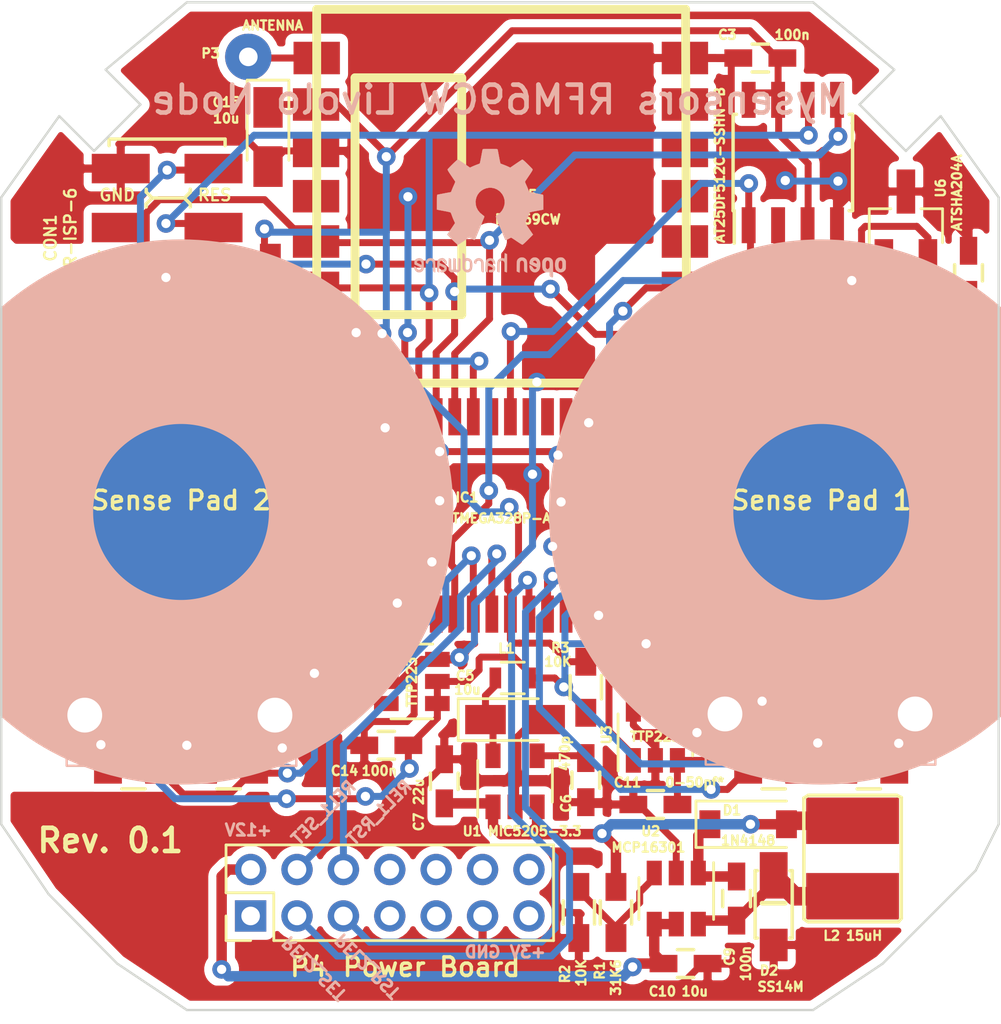
<source format=kicad_pcb>
(kicad_pcb (version 20170123) (host pcbnew no-vcs-found-4f2ed1b~58~ubuntu16.04.1)
  (layers (0 F.Cu signal) (31 B.Cu signal) (34 B.Paste user) (35 F.Paste user) (36 B.SilkS user) (37 F.SilkS user) (38 B.Mask user) (39 F.Mask user) (44 Edge.Cuts user))
  (net 0 "")
  (net 1 +3V3)
  (net 2 GND)
  (net 3 "Net-(C4-Pad2)")
  (net 4 "Net-(C6-Pad1)")
  (net 5 "Net-(C7-Pad1)")
  (net 6 /RESET)
  (net 7 "Net-(C9-Pad2)")
  (net 8 "Net-(C9-Pad1)")
  (net 9 /12Vcc)
  (net 10 "Net-(C11-Pad1)")
  (net 11 "Net-(C12-Pad1)")
  (net 12 /MISO)
  (net 13 /SCK)
  (net 14 /MOSI)
  (net 15 "Net-(D3-Pad2)")
  (net 16 "Net-(D4-Pad1)")
  (net 17 "Net-(D5-Pad1)")
  (net 18 "Net-(D6-Pad2)")
  (net 19 /INT)
  (net 20 /TS2)
  (net 21 /S2_LEDs)
  (net 22 /TS1)
  (net 23 /S1_LEDs)
  (net 24 "Net-(P3-Pad1)")
  (net 25 "Net-(R1-Pad1)")
  (net 26 /Relay2_Reset)
  (net 27 /Relay1_Reset)
  (net 28 /Relay2_Set)
  (net 29 /Relay1_Set)
  (net 30 /ATSHA204A)
  (net 31 /RADIO_SS)
  (net 32 /FLASH_SS)
  (net 33 "Net-(C5-Pad1)")
  (module myfootprints:Livolo_EU_SW_2Ways_Frame_VL-C702X-2_Ver_C1 (layer B.Cu) (at 142.3 92 180)
    (fp_text reference REF** hide)
    (fp_text value Livolo_EU_SW_2Ways_Frame_VL-C702X-2_Ver_C1 hide)
  )
  (module myfootprints:VLCF4020T-150MR68 (layer F.Cu) (at 157.6 107.2)
    (fp_text reference L2 (at -0.9 3.2 -180) (layer F.SilkS) (effects (font (size 0.4 0.4) (thickness 0.1))))
    (fp_text value 15uH (at 0.5 3.2 -180) (layer F.SilkS) (effects (font (size 0.4 0.4) (thickness 0.1))))
    (pad 1 smd rect (at 0 -1.75) (size 4 2) (layers F.Cu F.Paste F.Mask) (net 5 "Net-(C7-Pad1)"))
    (pad 2 smd rect (at 0 1.5) (size 4 2) (layers F.Cu F.Paste F.Mask) (net 7 "Net-(C9-Pad2)"))
  )
  (module myfootprints:SS14M (layer F.Cu) (at 154.2 109.3 270)
    (fp_text reference D2 (at 2.6 0.2) (layer F.SilkS) (effects (font (size 0.4 0.4) (thickness 0.1))))
    (fp_text value SS14M (at 3.3 -0.3) (layer F.SilkS) (effects (font (size 0.4 0.4) (thickness 0.1))))
    (pad 1 smd rect (at -1.5 0 270) (size 2 1.2) (layers F.Cu F.Paste F.Mask) (net 7 "Net-(C9-Pad2)"))
    (pad 2 smd rect (at 1.5 0 270) (size 1.4 1.2) (layers F.Cu F.Paste F.Mask) (net 2 GND))
  )
  (module Resistors_SMD:R_0603_HandSoldering (layer F.Cu) (at 145.8 109.4 90)
    (fp_text reference R2 (at -2.65 -0.6 90) (layer F.SilkS) (effects (font (size 0.4 0.4) (thickness 0.1))))
    (fp_text value 10K (at -2.6 0.1 90) (layer F.SilkS) (effects (font (size 0.4 0.4) (thickness 0.1))))
    (pad 2 smd rect (at 1.1 0 90) (size 1.2 0.9) (layers F.Cu F.Paste F.Mask) (net 25 "Net-(R1-Pad1)"))
    (pad 1 smd rect (at -1.1 0 90) (size 1.2 0.9) (layers F.Cu F.Paste F.Mask) (net 2 GND))
  )
  (module TO_SOT_Packages_SMD:SOT-23-6 (layer F.Cu) (at 150 108.8 270)
    (fp_text reference U2 (at -2.9 1.1) (layer F.SilkS) (effects (font (size 0.4 0.4) (thickness 0.1))))
    (fp_text value MCP16301 (at -2.2 1.2 180) (layer F.SilkS) (effects (font (size 0.4 0.4) (thickness 0.1))))
    (pad 5 smd rect (at 1.1 0 270) (size 1.06 0.65) (layers F.Cu F.Paste F.Mask) (net 9 /12Vcc))
    (pad 6 smd rect (at 1.1 -0.95 270) (size 1.06 0.65) (layers F.Cu F.Paste F.Mask) (net 7 "Net-(C9-Pad2)"))
    (pad 4 smd rect (at 1.1 0.95 270) (size 1.06 0.65) (layers F.Cu F.Paste F.Mask) (net 9 /12Vcc))
    (pad 3 smd rect (at -1.1 0.95 270) (size 1.06 0.65) (layers F.Cu F.Paste F.Mask) (net 25 "Net-(R1-Pad1)"))
    (pad 2 smd rect (at -1.1 0 270) (size 1.06 0.65) (layers F.Cu F.Paste F.Mask) (net 2 GND))
    (pad 1 smd rect (at -1.1 -0.95 270) (size 1.06 0.65) (layers F.Cu F.Paste F.Mask) (net 8 "Net-(C9-Pad1)"))
  )
  (module myfootprints:AVR_ISP_SMT_Small_02x03 (layer F.Cu) (at 128.05 79.9 90)
    (fp_text reference CON1 (at -0.45 -5.03 90) (layer F.SilkS) (effects (font (size 0.5 0.5) (thickness 0.1))))
    (fp_text value AVR-ISP-6 (at -0.43 -4.17 270) (layer F.SilkS) (effects (font (size 0.5 0.5) (thickness 0.1))))
    (pad 2 smd rect (at -2.54 -2 90) (size 1.27 2.5) (layers F.Cu F.Paste F.Mask) (net 1 +3V3))
    (pad 4 smd rect (at 0 -2 90) (size 1.27 2.5) (layers F.Cu F.Paste F.Mask) (net 14 /MOSI))
    (pad 6 smd rect (at 2.54 -2 90) (size 1.27 2.5) (layers F.Cu F.Paste F.Mask) (net 2 GND))
    (pad 5 smd rect (at 2.54 2 90) (size 1.27 2.5) (layers F.Cu F.Paste F.Mask) (net 6 /RESET))
    (pad 3 smd rect (at 0 2 90) (size 1.27 2.5) (layers F.Cu F.Paste F.Mask) (net 13 /SCK))
    (pad 1 smd rect (at -2.5 2 90) (size 1.27 2.5) (layers F.Cu F.Paste F.Mask) (net 12 /MISO))
  )
  (module Capacitors_Tantalum_SMD:CP_Tantalum_Case-R_EIA-2012-12_Wave (layer F.Cu) (at 143.05 101.092)
    (fp_text reference C5 (at -2.15 -1.892) (layer F.SilkS) (effects (font (size 0.4 0.4) (thickness 0.1))))
    (fp_text value 10u (at -2.05 -1.292) (layer F.SilkS) (effects (font (size 0.4 0.4) (thickness 0.1))))
    (pad 1 smd rect (at -1.275 0) (size 1.75 1.26) (layers F.Cu F.Paste F.Mask) (net 33 "Net-(C5-Pad1)"))
    (pad 2 smd rect (at 1.275 0) (size 1.75 1.26) (layers F.Cu F.Paste F.Mask) (net 2 GND))
  )
  (module myfootprints:touch_pad_16mm (layer F.Cu) (at 156.25 92.15)
    (fp_text reference P1 hide)
    (fp_text value "Sense Pad 1" (at 0 -0.5) (layer F.SilkS) (effects (font (size 0.8 0.8))))
    (pad 1 smd circle (at 0 0) (size 15.5 15.5) (layers B.Cu) (net 10 "Net-(C11-Pad1)"))
  )
  (module myfootprints:touch_pad_16mm (layer F.Cu) (at 128.65 92.15)
    (fp_text reference P2 hide)
    (fp_text value "Sense Pad 2" (at 0 -0.5) (layer F.SilkS) (effects (font (size 0.8 0.8))))
    (pad 1 smd circle (at 0 0) (size 15.5 15.5) (layers B.Cu) (net 11 "Net-(C12-Pad1)"))
  )
  (module Resistors_SMD:R_0603_HandSoldering (layer F.Cu) (at 159.766 83.312 180)
    (fp_text reference R10 (at 0.866 -1.238 180) (layer F.SilkS) (effects (font (size 0.4 0.4) (thickness 0.1))))
    (fp_text value 1K (at -0.762 -1.27 180) (layer F.SilkS) (effects (font (size 0.4 0.4) (thickness 0.1))))
    (pad 1 smd rect (at -1.1 0 180) (size 1.2 0.9) (layers F.Cu F.Paste F.Mask) (net 1 +3V3))
    (pad 2 smd rect (at 1.1 0 180) (size 1.2 0.9) (layers F.Cu F.Paste F.Mask) (net 30 /ATSHA204A))
  )
  (module Symbols:OSHW-Logo2_7.3x6mm_SilkScreen (layer B.Cu) (at 141.975 79.275 180)
    (fp_text reference REF*** hide)
    (fp_text value OSHW-Logo2_7.3x6mm_SilkScreen hide)
  )
  (module Capacitors_SMD:C_0603_HandSoldering (layer F.Cu) (at 153.625 72.6)
    (fp_text reference C3 (at -1.425 -1 180) (layer F.SilkS) (effects (font (size 0.4 0.4) (thickness 0.1))))
    (fp_text value 100n (at 1.375 -1 180) (layer F.SilkS) (effects (font (size 0.4 0.4) (thickness 0.1))))
    (pad 1 smd rect (at -0.95 0) (size 1.2 0.75) (layers F.Cu F.Paste F.Mask) (net 2 GND))
    (pad 2 smd rect (at 0.95 0) (size 1.2 0.75) (layers F.Cu F.Paste F.Mask) (net 1 +3V3))
  )
  (module myfootprints:hole_1.5mm (layer F.Cu) (at 152.1 100.85)
    (fp_text reference REF** hide)
    (fp_text value hole_1.5mm hide)
    (pad "" np_thru_hole circle (at 0 0) (size 1.5 1.5) (drill 1.5) (layers *.Cu *.Mask))
  )
  (module myfootprints:hole_1.5mm (layer F.Cu) (at 160.3 100.85)
    (fp_text reference REF** hide)
    (fp_text value hole_1.5mm hide)
    (pad "" np_thru_hole circle (at 0 0) (size 1.5 1.5) (drill 1.5) (layers *.Cu *.Mask))
  )
  (module myfootprints:hole_1.5mm (layer F.Cu) (at 132.7 100.9)
    (fp_text reference REF** hide)
    (fp_text value hole_1.5mm hide)
    (pad "" np_thru_hole circle (at 0 0) (size 1.5 1.5) (drill 1.5) (layers *.Cu *.Mask))
  )
  (module myfootprints:hole_1.5mm (layer F.Cu) (at 124.5 100.9)
    (fp_text reference REF** hide)
    (fp_text value hole_1.5mm hide)
    (pad "" np_thru_hole circle (at 0 0) (size 1.5 1.5) (drill 1.5) (layers *.Cu *.Mask))
  )
  (module Capacitors_SMD:C_0402 (layer F.Cu) (at 137.15 96.9)
    (fp_text reference C4 (at -1.75 -1.35 180) (layer F.SilkS) (effects (font (size 0.4 0.4) (thickness 0.1))))
    (fp_text value 100n (at -1.3 -0.65 180) (layer F.SilkS) (effects (font (size 0.4 0.4) (thickness 0.1))))
    (pad 1 smd rect (at -0.55 0) (size 0.6 0.5) (layers F.Cu F.Paste F.Mask) (net 2 GND))
    (pad 2 smd rect (at 0.55 0) (size 0.6 0.5) (layers F.Cu F.Paste F.Mask) (net 3 "Net-(C4-Pad2)"))
  )
  (module Capacitors_SMD:C_0402 (layer F.Cu) (at 137.35 87.5 180)
    (fp_text reference C2 (at 1.5 0.275 180) (layer F.SilkS) (effects (font (size 0.4 0.4) (thickness 0.1))))
    (fp_text value 100n (at 1.85 -0.4 180) (layer F.SilkS) (effects (font (size 0.4 0.4) (thickness 0.1))))
    (pad 1 smd rect (at -0.55 0 180) (size 0.6 0.5) (layers F.Cu F.Paste F.Mask) (net 2 GND))
    (pad 2 smd rect (at 0.55 0 180) (size 0.6 0.5) (layers F.Cu F.Paste F.Mask) (net 1 +3V3))
  )
  (module Capacitors_SMD:C_0402 (layer F.Cu) (at 147.5 87.5)
    (fp_text reference C1 (at 1.525 -0.3) (layer F.SilkS) (effects (font (size 0.4 0.4) (thickness 0.1))))
    (fp_text value 100n (at 1.95 0.375) (layer F.SilkS) (effects (font (size 0.4 0.4) (thickness 0.1))))
    (pad 1 smd rect (at -0.55 0) (size 0.6 0.5) (layers F.Cu F.Paste F.Mask) (net 1 +3V3))
    (pad 2 smd rect (at 0.55 0) (size 0.6 0.5) (layers F.Cu F.Paste F.Mask) (net 2 GND))
  )
  (module Capacitors_SMD:C_0603_HandSoldering (layer F.Cu) (at 150.4 111.6)
    (fp_text reference C10 (at -1 1.2) (layer F.SilkS) (effects (font (size 0.4 0.4) (thickness 0.1))))
    (fp_text value 10u (at 0.4 1.2 180) (layer F.SilkS) (effects (font (size 0.4 0.4) (thickness 0.1))))
    (pad 1 smd rect (at -0.95 0) (size 1.2 0.75) (layers F.Cu F.Paste F.Mask) (net 9 /12Vcc))
    (pad 2 smd rect (at 0.95 0) (size 1.2 0.75) (layers F.Cu F.Paste F.Mask) (net 2 GND))
  )
  (module Capacitors_SMD:C_0603_HandSoldering (layer F.Cu) (at 140 103.75 90)
    (fp_text reference C7 (at -1.75 -1.1 90) (layer F.SilkS) (effects (font (size 0.4 0.4) (thickness 0.1))))
    (fp_text value 22u (at -0.45 -1.1 270) (layer F.SilkS) (effects (font (size 0.4 0.4) (thickness 0.1))))
    (pad 1 smd rect (at -0.95 0 90) (size 1.2 0.75) (layers F.Cu F.Paste F.Mask) (net 5 "Net-(C7-Pad1)"))
    (pad 2 smd rect (at 0.95 0 90) (size 1.2 0.75) (layers F.Cu F.Paste F.Mask) (net 2 GND))
  )
  (module Capacitors_SMD:C_0603_HandSoldering (layer F.Cu) (at 146.1 103.7 270)
    (fp_text reference C6 (at 1 0.85 270) (layer F.SilkS) (effects (font (size 0.4 0.4) (thickness 0.1))))
    (fp_text value 470p (at -1.15 0.9 270) (layer F.SilkS) (effects (font (size 0.4 0.4) (thickness 0.1))))
    (pad 2 smd rect (at 0.95 0 270) (size 1.2 0.75) (layers F.Cu F.Paste F.Mask) (net 2 GND))
    (pad 1 smd rect (at -0.95 0 270) (size 1.2 0.75) (layers F.Cu F.Paste F.Mask) (net 4 "Net-(C6-Pad1)"))
  )
  (module Capacitors_SMD:C_0603_HandSoldering (layer F.Cu) (at 152.6 108.8 270)
    (fp_text reference C9 (at 2.5 0.3 270) (layer F.SilkS) (effects (font (size 0.4 0.4) (thickness 0.1))))
    (fp_text value 100n (at 2.8 -0.4 90) (layer F.SilkS) (effects (font (size 0.4 0.4) (thickness 0.1))))
    (pad 2 smd rect (at 0.95 0 270) (size 1.2 0.75) (layers F.Cu F.Paste F.Mask) (net 7 "Net-(C9-Pad2)"))
    (pad 1 smd rect (at -0.95 0 270) (size 1.2 0.75) (layers F.Cu F.Paste F.Mask) (net 8 "Net-(C9-Pad1)"))
  )
  (module Capacitors_SMD:C_0603_HandSoldering (layer F.Cu) (at 149.1 104.75 180)
    (fp_text reference C11 (at 1.2 0.95 180) (layer F.SilkS) (effects (font (size 0.4 0.4) (thickness 0.1))))
    (fp_text value 0-50pf* (at -1.7 0.95 180) (layer F.SilkS) (effects (font (size 0.4 0.4) (thickness 0.1))))
    (pad 1 smd rect (at -0.95 0 180) (size 1.2 0.75) (layers F.Cu F.Paste F.Mask) (net 10 "Net-(C11-Pad1)"))
    (pad 2 smd rect (at 0.95 0 180) (size 1.2 0.75) (layers F.Cu F.Paste F.Mask) (net 2 GND))
  )
  (module Capacitors_SMD:C_0603_HandSoldering (layer F.Cu) (at 135.7 99.35 90)
    (fp_text reference C12 (at -0.85 -1.1 90) (layer F.SilkS) (effects (font (size 0.4 0.4) (thickness 0.1))))
    (fp_text value 0-50pf* (at 1.95 -1.1 90) (layer F.SilkS) (effects (font (size 0.4 0.4) (thickness 0.1))))
    (pad 1 smd rect (at -0.95 0 90) (size 1.2 0.75) (layers F.Cu F.Paste F.Mask) (net 11 "Net-(C12-Pad1)"))
    (pad 2 smd rect (at 0.95 0 90) (size 1.2 0.75) (layers F.Cu F.Paste F.Mask) (net 2 GND))
  )
  (module Capacitors_SMD:C_0603_HandSoldering (layer F.Cu) (at 149.1 98.9 180)
    (fp_text reference C13 (at -0.925 1.825 180) (layer F.SilkS) (effects (font (size 0.4 0.4) (thickness 0.1))))
    (fp_text value 100n (at -1.125 1.075 180) (layer F.SilkS) (effects (font (size 0.4 0.4) (thickness 0.1))))
    (pad 2 smd rect (at 0.95 0 180) (size 1.2 0.75) (layers F.Cu F.Paste F.Mask) (net 2 GND))
    (pad 1 smd rect (at -0.95 0 180) (size 1.2 0.75) (layers F.Cu F.Paste F.Mask) (net 1 +3V3))
  )
  (module Capacitors_SMD:C_0603_HandSoldering (layer F.Cu) (at 137.5 102.2 180)
    (fp_text reference C14 (at 1.8 -1.1) (layer F.SilkS) (effects (font (size 0.4 0.4) (thickness 0.1))))
    (fp_text value 100n (at 0.3 -1.1 180) (layer F.SilkS) (effects (font (size 0.4 0.4) (thickness 0.1))))
    (pad 2 smd rect (at 0.95 0 180) (size 1.2 0.75) (layers F.Cu F.Paste F.Mask) (net 2 GND))
    (pad 1 smd rect (at -0.95 0 180) (size 1.2 0.75) (layers F.Cu F.Paste F.Mask) (net 1 +3V3))
  )
  (module Diodes_SMD:SOD-123 (layer F.Cu) (at 153.1 105.6)
    (fp_text reference D1 (at -0.7 -0.6 180) (layer F.SilkS) (effects (font (size 0.4 0.4) (thickness 0.1))))
    (fp_text value 1N4148 (at 0 0.7) (layer F.SilkS) (effects (font (size 0.4 0.4) (thickness 0.1))))
    (pad 2 smd rect (at 1.65 0) (size 0.9 1.2) (layers F.Cu F.Paste F.Mask) (net 5 "Net-(C7-Pad1)"))
    (pad 1 smd rect (at -1.65 0) (size 0.9 1.2) (layers F.Cu F.Paste F.Mask) (net 8 "Net-(C9-Pad1)"))
  )
  (module Diodes_SMD:D_0603 (layer B.Cu) (at 130.5 102.15 180)
    (fp_text reference D3 (at -0.9 1.05 180) (layer B.SilkS) (effects (font (size 0.4 0.4) (thickness 0.1)) (justify mirror)))
    (fp_text value Blue (at 0.6 1.05 180) (layer B.SilkS) (effects (font (size 0.4 0.4) (thickness 0.1)) (justify mirror)))
    (pad 2 smd rect (at 0.85 0 180) (size 0.6 0.8) (layers B.Cu B.Paste B.Mask) (net 15 "Net-(D3-Pad2)"))
    (pad 1 smd rect (at -0.85 0 180) (size 0.6 0.8) (layers B.Cu B.Paste B.Mask) (net 2 GND))
  )
  (module Diodes_SMD:D_0603 (layer B.Cu) (at 126.85 102.15)
    (fp_text reference D4 (at 0.9 -1.05) (layer B.SilkS) (effects (font (size 0.4 0.4) (thickness 0.1)) (justify mirror)))
    (fp_text value Red (at -0.6 -1.05) (layer B.SilkS) (effects (font (size 0.4 0.4) (thickness 0.1)) (justify mirror)))
    (pad 1 smd rect (at -0.85 0) (size 0.6 0.8) (layers B.Cu B.Paste B.Mask) (net 16 "Net-(D4-Pad1)"))
    (pad 2 smd rect (at 0.85 0) (size 0.6 0.8) (layers B.Cu B.Paste B.Mask) (net 1 +3V3))
  )
  (module Diodes_SMD:D_0603 (layer B.Cu) (at 157.95 102.15 180)
    (fp_text reference D5 (at -0.85 1.05 180) (layer B.SilkS) (effects (font (size 0.4 0.4) (thickness 0.1)) (justify mirror)))
    (fp_text value Red (at 0.65 1.05 180) (layer B.SilkS) (effects (font (size 0.4 0.4) (thickness 0.1)) (justify mirror)))
    (pad 1 smd rect (at -0.85 0 180) (size 0.6 0.8) (layers B.Cu B.Paste B.Mask) (net 17 "Net-(D5-Pad1)"))
    (pad 2 smd rect (at 0.85 0 180) (size 0.6 0.8) (layers B.Cu B.Paste B.Mask) (net 1 +3V3))
  )
  (module Diodes_SMD:D_0603 (layer B.Cu) (at 154.6 102.15)
    (fp_text reference D6 (at 1 -1.05) (layer B.SilkS) (effects (font (size 0.4 0.4) (thickness 0.1)) (justify mirror)))
    (fp_text value Blue (at -0.6 -1.05) (layer B.SilkS) (effects (font (size 0.4 0.4) (thickness 0.1)) (justify mirror)))
    (pad 2 smd rect (at 0.85 0) (size 0.6 0.8) (layers B.Cu B.Paste B.Mask) (net 18 "Net-(D6-Pad2)"))
    (pad 1 smd rect (at -0.85 0) (size 0.6 0.8) (layers B.Cu B.Paste B.Mask) (net 2 GND))
  )
  (module Housings_QFP:TQFP-32_7x7mm_Pitch0.8mm (layer F.Cu) (at 142.45 92.3 180)
    (fp_text reference IC1 (at 1.475 0.775) (layer F.SilkS) (effects (font (size 0.4 0.4) (thickness 0.1))))
    (fp_text value ATMEGA328P-AU (at -0.05 -0.125) (layer F.SilkS) (effects (font (size 0.4 0.4) (thickness 0.1))))
    (pad 32 smd rect (at -2.8 -4.25 270) (size 1.6 0.55) (layers F.Cu F.Paste F.Mask) (net 19 /INT))
    (pad 31 smd rect (at -2 -4.25 270) (size 1.6 0.55) (layers F.Cu F.Paste F.Mask) (net 26 /Relay2_Reset))
    (pad 30 smd rect (at -1.2 -4.25 270) (size 1.6 0.55) (layers F.Cu F.Paste F.Mask) (net 28 /Relay2_Set))
    (pad 29 smd rect (at -0.4 -4.25 270) (size 1.6 0.55) (layers F.Cu F.Paste F.Mask) (net 6 /RESET))
    (pad 28 smd rect (at 0.4 -4.25 270) (size 1.6 0.55) (layers F.Cu F.Paste F.Mask) (net 27 /Relay1_Reset))
    (pad 27 smd rect (at 1.2 -4.25 270) (size 1.6 0.55) (layers F.Cu F.Paste F.Mask) (net 29 /Relay1_Set))
    (pad 26 smd rect (at 2 -4.25 270) (size 1.6 0.55) (layers F.Cu F.Paste F.Mask) (net 30 /ATSHA204A))
    (pad 25 smd rect (at 2.8 -4.25 270) (size 1.6 0.55) (layers F.Cu F.Paste F.Mask))
    (pad 24 smd rect (at 4.25 -2.8 180) (size 1.6 0.55) (layers F.Cu F.Paste F.Mask) (net 20 /TS2))
    (pad 23 smd rect (at 4.25 -2 180) (size 1.6 0.55) (layers F.Cu F.Paste F.Mask) (net 21 /S2_LEDs))
    (pad 22 smd rect (at 4.25 -1.2 180) (size 1.6 0.55) (layers F.Cu F.Paste F.Mask))
    (pad 21 smd rect (at 4.25 -0.4 180) (size 1.6 0.55) (layers F.Cu F.Paste F.Mask) (net 2 GND))
    (pad 20 smd rect (at 4.25 0.4 180) (size 1.6 0.55) (layers F.Cu F.Paste F.Mask) (net 3 "Net-(C4-Pad2)"))
    (pad 19 smd rect (at 4.25 1.2 180) (size 1.6 0.55) (layers F.Cu F.Paste F.Mask))
    (pad 18 smd rect (at 4.25 2 180) (size 1.6 0.55) (layers F.Cu F.Paste F.Mask) (net 1 +3V3))
    (pad 17 smd rect (at 4.25 2.8 180) (size 1.6 0.55) (layers F.Cu F.Paste F.Mask) (net 13 /SCK))
    (pad 16 smd rect (at 2.8 4.25 270) (size 1.6 0.55) (layers F.Cu F.Paste F.Mask) (net 12 /MISO))
    (pad 15 smd rect (at 2 4.25 270) (size 1.6 0.55) (layers F.Cu F.Paste F.Mask) (net 14 /MOSI))
    (pad 14 smd rect (at 1.2 4.25 270) (size 1.6 0.55) (layers F.Cu F.Paste F.Mask) (net 31 /RADIO_SS))
    (pad 13 smd rect (at 0.4 4.25 270) (size 1.6 0.55) (layers F.Cu F.Paste F.Mask))
    (pad 12 smd rect (at -0.4 4.25 270) (size 1.6 0.55) (layers F.Cu F.Paste F.Mask) (net 32 /FLASH_SS))
    (pad 11 smd rect (at -1.2 4.25 270) (size 1.6 0.55) (layers F.Cu F.Paste F.Mask))
    (pad 10 smd rect (at -2 4.25 270) (size 1.6 0.55) (layers F.Cu F.Paste F.Mask))
    (pad 9 smd rect (at -2.8 4.25 270) (size 1.6 0.55) (layers F.Cu F.Paste F.Mask))
    (pad 8 smd rect (at -4.25 2.8 180) (size 1.6 0.55) (layers F.Cu F.Paste F.Mask))
    (pad 7 smd rect (at -4.25 2 180) (size 1.6 0.55) (layers F.Cu F.Paste F.Mask))
    (pad 6 smd rect (at -4.25 1.2 180) (size 1.6 0.55) (layers F.Cu F.Paste F.Mask) (net 1 +3V3))
    (pad 5 smd rect (at -4.25 0.4 180) (size 1.6 0.55) (layers F.Cu F.Paste F.Mask) (net 2 GND))
    (pad 4 smd rect (at -4.25 -0.4 180) (size 1.6 0.55) (layers F.Cu F.Paste F.Mask) (net 1 +3V3))
    (pad 3 smd rect (at -4.25 -1.2 180) (size 1.6 0.55) (layers F.Cu F.Paste F.Mask) (net 2 GND))
    (pad 2 smd rect (at -4.25 -2 180) (size 1.6 0.55) (layers F.Cu F.Paste F.Mask) (net 23 /S1_LEDs))
    (pad 1 smd rect (at -4.25 -2.8 180) (size 1.6 0.55) (layers F.Cu F.Paste F.Mask) (net 22 /TS1))
  )
  (module Wire_Pads:SolderWirePad_single_0-8mmDrill (layer F.Cu) (at 131.55 72.55)
    (fp_text reference P3 (at -1.625 -0.15) (layer F.SilkS) (effects (font (size 0.4 0.4) (thickness 0.1))))
    (fp_text value ANTENNA (at 1.05 -1.35) (layer F.SilkS) (effects (font (size 0.4 0.4) (thickness 0.1))))
    (pad 1 thru_hole circle (at 0 0) (size 1.99898 1.99898) (drill 0.8001) (layers *.Cu *.Mask) (net 24 "Net-(P3-Pad1)"))
  )
  (module Resistors_SMD:R_0603_HandSoldering (layer F.Cu) (at 147.4 109.4 90)
    (fp_text reference R1 (at -2.5 -0.7 90) (layer F.SilkS) (effects (font (size 0.4 0.4) (thickness 0.1))))
    (fp_text value 31K6 (at -2.8 0 90) (layer F.SilkS) (effects (font (size 0.4 0.4) (thickness 0.1))))
    (pad 1 smd rect (at -1.1 0 90) (size 1.2 0.9) (layers F.Cu F.Paste F.Mask) (net 25 "Net-(R1-Pad1)"))
    (pad 2 smd rect (at 1.1 0 90) (size 1.2 0.9) (layers F.Cu F.Paste F.Mask) (net 5 "Net-(C7-Pad1)"))
  )
  (module Resistors_SMD:R_0603_HandSoldering (layer F.Cu) (at 146.1 99.7 90)
    (fp_text reference R3 (at 1.7 -1.1 180) (layer F.SilkS) (effects (font (size 0.4 0.4) (thickness 0.1))))
    (fp_text value 10K (at 1.1 -1.2) (layer F.SilkS) (effects (font (size 0.4 0.4) (thickness 0.1))))
    (pad 1 smd rect (at -1.1 0 90) (size 1.2 0.9) (layers F.Cu F.Paste F.Mask) (net 1 +3V3))
    (pad 2 smd rect (at 1.1 0 90) (size 1.2 0.9) (layers F.Cu F.Paste F.Mask) (net 6 /RESET))
  )
  (module Resistors_SMD:R_0603_HandSoldering (layer F.Cu) (at 132.5 82.3 90)
    (fp_text reference R4 (at -2.35 0.075 180) (layer F.SilkS) (effects (font (size 0.4 0.4) (thickness 0.1))))
    (fp_text value 56K (at -3.125 0.05 180) (layer F.SilkS) (effects (font (size 0.4 0.4) (thickness 0.1))))
    (pad 2 smd rect (at 1.1 0 90) (size 1.2 0.9) (layers F.Cu F.Paste F.Mask) (net 1 +3V3))
    (pad 1 smd rect (at -1.1 0 90) (size 1.2 0.9) (layers F.Cu F.Paste F.Mask) (net 31 /RADIO_SS))
  )
  (module Resistors_SMD:R_0603_HandSoldering (layer F.Cu) (at 154.2 103.4 180)
    (fp_text reference R5 (at 0.9 1.2 180) (layer F.SilkS) (effects (font (size 0.4 0.4) (thickness 0.1))))
    (fp_text value 1K* (at -0.7 1.2 180) (layer F.SilkS) (effects (font (size 0.4 0.4) (thickness 0.1))))
    (pad 1 smd rect (at -1.1 0 180) (size 1.2 0.9) (layers F.Cu F.Paste F.Mask) (net 18 "Net-(D6-Pad2)"))
    (pad 2 smd rect (at 1.1 0 180) (size 1.2 0.9) (layers F.Cu F.Paste F.Mask) (net 23 /S1_LEDs))
  )
  (module Resistors_SMD:R_0603_HandSoldering (layer F.Cu) (at 158.3 103.4 180)
    (fp_text reference R6 (at 1.2 1.2) (layer F.SilkS) (effects (font (size 0.4 0.4) (thickness 0.1))))
    (fp_text value 1K* (at -0.1 1.2) (layer F.SilkS) (effects (font (size 0.4 0.4) (thickness 0.1))))
    (pad 2 smd rect (at 1.1 0 180) (size 1.2 0.9) (layers F.Cu F.Paste F.Mask) (net 23 /S1_LEDs))
    (pad 1 smd rect (at -1.1 0 180) (size 1.2 0.9) (layers F.Cu F.Paste F.Mask) (net 17 "Net-(D5-Pad1)"))
  )
  (module Resistors_SMD:R_0603_HandSoldering (layer F.Cu) (at 130.7 103.4)
    (fp_text reference R7 (at -0.7 -1.2) (layer F.SilkS) (effects (font (size 0.4 0.4) (thickness 0.1))))
    (fp_text value 1K* (at 0.7 -1.2) (layer F.SilkS) (effects (font (size 0.4 0.4) (thickness 0.1))))
    (pad 1 smd rect (at -1.1 0) (size 1.2 0.9) (layers F.Cu F.Paste F.Mask) (net 15 "Net-(D3-Pad2)"))
    (pad 2 smd rect (at 1.1 0) (size 1.2 0.9) (layers F.Cu F.Paste F.Mask) (net 21 /S2_LEDs))
  )
  (module Resistors_SMD:R_0603_HandSoldering (layer F.Cu) (at 126.6 103.4)
    (fp_text reference R8 (at -0.3 -1.2 -180) (layer F.SilkS) (effects (font (size 0.4 0.4) (thickness 0.1))))
    (fp_text value 1K* (at 1 -1.2 -180) (layer F.SilkS) (effects (font (size 0.4 0.4) (thickness 0.1))))
    (pad 2 smd rect (at 1.1 0) (size 1.2 0.9) (layers F.Cu F.Paste F.Mask) (net 21 /S2_LEDs))
    (pad 1 smd rect (at -1.1 0) (size 1.2 0.9) (layers F.Cu F.Paste F.Mask) (net 16 "Net-(D4-Pad1)"))
  )
  (module TO_SOT_Packages_SMD:SOT-23-5 (layer F.Cu) (at 143.05 103.75 90)
    (fp_text reference U1 (at -2.15 -1.85 180) (layer F.SilkS) (effects (font (size 0.4 0.4) (thickness 0.1))))
    (fp_text value MIC5205-3.3 (at -2.15 0.85 180) (layer F.SilkS) (effects (font (size 0.4 0.4) (thickness 0.1))))
    (pad 5 smd rect (at 1.1 -0.95 90) (size 1.06 0.65) (layers F.Cu F.Paste F.Mask) (net 33 "Net-(C5-Pad1)"))
    (pad 4 smd rect (at 1.1 0.95 90) (size 1.06 0.65) (layers F.Cu F.Paste F.Mask) (net 4 "Net-(C6-Pad1)"))
    (pad 3 smd rect (at -1.1 0.95 90) (size 1.06 0.65) (layers F.Cu F.Paste F.Mask) (net 5 "Net-(C7-Pad1)"))
    (pad 2 smd rect (at -1.1 0 90) (size 1.06 0.65) (layers F.Cu F.Paste F.Mask) (net 2 GND))
    (pad 1 smd rect (at -1.1 -0.95 90) (size 1.06 0.65) (layers F.Cu F.Paste F.Mask) (net 5 "Net-(C7-Pad1)"))
  )
  (module TO_SOT_Packages_SMD:SOT-23-6 (layer F.Cu) (at 149.1 101.75 90)
    (fp_text reference U3 (at 0 -2.1 270) (layer F.SilkS) (effects (font (size 0.4 0.4) (thickness 0.1))))
    (fp_text value TTP223 (at -0.075 0) (layer F.SilkS) (effects (font (size 0.4 0.4) (thickness 0.1))))
    (pad 5 smd rect (at 1.1 0 90) (size 1.06 0.65) (layers F.Cu F.Paste F.Mask) (net 1 +3V3))
    (pad 6 smd rect (at 1.1 -0.95 90) (size 1.06 0.65) (layers F.Cu F.Paste F.Mask) (net 2 GND))
    (pad 4 smd rect (at 1.1 0.95 90) (size 1.06 0.65) (layers F.Cu F.Paste F.Mask) (net 1 +3V3))
    (pad 3 smd rect (at -1.1 0.95 90) (size 1.06 0.65) (layers F.Cu F.Paste F.Mask) (net 10 "Net-(C11-Pad1)"))
    (pad 2 smd rect (at -1.1 0 90) (size 1.06 0.65) (layers F.Cu F.Paste F.Mask) (net 2 GND))
    (pad 1 smd rect (at -1.1 -0.95 90) (size 1.06 0.65) (layers F.Cu F.Paste F.Mask) (net 22 /TS1))
  )
  (module TO_SOT_Packages_SMD:SOT-23-6 (layer F.Cu) (at 138.6 99.45)
    (fp_text reference U4 (at -0.05 -2) (layer F.SilkS) (effects (font (size 0.4 0.4) (thickness 0.1))))
    (fp_text value TTP223 (at 0 0.025 90) (layer F.SilkS) (effects (font (size 0.4 0.4) (thickness 0.1))))
    (pad 1 smd rect (at -1.1 -0.95) (size 1.06 0.65) (layers F.Cu F.Paste F.Mask) (net 20 /TS2))
    (pad 2 smd rect (at -1.1 0) (size 1.06 0.65) (layers F.Cu F.Paste F.Mask) (net 2 GND))
    (pad 3 smd rect (at -1.1 0.95) (size 1.06 0.65) (layers F.Cu F.Paste F.Mask) (net 11 "Net-(C12-Pad1)"))
    (pad 4 smd rect (at 1.1 0.95) (size 1.06 0.65) (layers F.Cu F.Paste F.Mask) (net 1 +3V3))
    (pad 6 smd rect (at 1.1 -0.95) (size 1.06 0.65) (layers F.Cu F.Paste F.Mask) (net 2 GND))
    (pad 5 smd rect (at 1.1 0) (size 1.06 0.65) (layers F.Cu F.Paste F.Mask) (net 1 +3V3))
  )
  (module myfootprints:RFM69CW (layer F.Cu) (at 142.45 78.55)
    (fp_text reference U5 (at 1.15 -0.05) (layer F.SilkS) (effects (font (size 0.4 0.4) (thickness 0.1))))
    (fp_text value RFM69CW (at 1.15 1) (layer F.SilkS) (effects (font (size 0.4 0.4) (thickness 0.1))))
    (pad 1 smd rect (at -7.9502 -5.95122) (size 1.99898 1.39954) (layers F.Cu F.Paste F.Mask) (net 24 "Net-(P3-Pad1)"))
    (pad 2 smd rect (at -7.97814 -3.9497) (size 1.99898 1.39954) (layers F.Cu F.Paste F.Mask) (net 1 +3V3))
    (pad 3 smd rect (at -7.97814 -1.95072) (size 1.99898 1.39954) (layers F.Cu F.Paste F.Mask) (net 2 GND))
    (pad 4 smd rect (at -7.97814 0) (size 1.99898 1.39954) (layers F.Cu F.Paste F.Mask))
    (pad 5 smd rect (at -7.97814 1.95072) (size 1.99898 1.39954) (layers F.Cu F.Paste F.Mask) (net 14 /MOSI))
    (pad 6 smd rect (at -7.97814 3.9497) (size 1.99898 1.39954) (layers F.Cu F.Paste F.Mask) (net 13 /SCK))
    (pad 7 smd rect (at -7.97814 5.95122) (size 1.99898 1.39954) (layers F.Cu F.Paste F.Mask) (net 31 /RADIO_SS))
    (pad 8 smd rect (at 7.92226 5.95122) (size 1.99898 1.39954) (layers F.Cu F.Paste F.Mask) (net 12 /MISO))
    (pad 9 smd rect (at 7.92226 3.9497) (size 1.99898 1.39954) (layers F.Cu F.Paste F.Mask) (net 19 /INT))
    (pad 10 smd rect (at 7.92226 1.95072) (size 1.99898 1.39954) (layers F.Cu F.Paste F.Mask))
    (pad 11 smd rect (at 7.92226 0) (size 1.99898 1.39954) (layers F.Cu F.Paste F.Mask))
    (pad 12 smd rect (at 7.92226 -1.95072) (size 1.99898 1.39954) (layers F.Cu F.Paste F.Mask))
    (pad 13 smd rect (at 7.92226 -3.9497) (size 1.99898 1.39954) (layers F.Cu F.Paste F.Mask))
    (pad 14 smd rect (at 7.92226 -5.95122) (size 1.99898 1.39954) (layers F.Cu F.Paste F.Mask) (net 2 GND))
  )
  (module Capacitors_SMD:C_0603_HandSoldering (layer F.Cu) (at 162.6 81.85 270)
    (fp_text reference C16 (at 2.95 0.45 270) (layer F.SilkS) (effects (font (size 0.4 0.4) (thickness 0.1))))
    (fp_text value 100n (at 2.7 -0.3 270) (layer F.SilkS) (effects (font (size 0.4 0.4) (thickness 0.1))))
    (pad 2 smd rect (at 0.95 0 270) (size 1.2 0.75) (layers F.Cu F.Paste F.Mask) (net 1 +3V3))
    (pad 1 smd rect (at -0.95 0 270) (size 1.2 0.75) (layers F.Cu F.Paste F.Mask) (net 2 GND))
  )
  (module Resistors_SMD:R_0603_HandSoldering (layer F.Cu) (at 154.3 81.7 180)
    (fp_text reference R9 (at 0.475 -1.375 180) (layer F.SilkS) (effects (font (size 0.4 0.4) (thickness 0.1))))
    (fp_text value 56K (at -1.05 -1.375 180) (layer F.SilkS) (effects (font (size 0.4 0.4) (thickness 0.1))))
    (pad 2 smd rect (at 1.1 0 180) (size 1.2 0.9) (layers F.Cu F.Paste F.Mask) (net 32 /FLASH_SS))
    (pad 1 smd rect (at -1.1 0 180) (size 1.2 0.9) (layers F.Cu F.Paste F.Mask) (net 1 +3V3))
  )
  (module Housings_SOIC:SOIC-8_3.9x4.9mm_Pitch1.27mm (layer F.Cu) (at 155.025 77.1 90)
    (fp_text reference U6 (at -1.1 6.375 270) (layer F.SilkS) (effects (font (size 0.4 0.4) (thickness 0.1))))
    (fp_text value AT25DF512C-SSHN-B (at -0.1 -3.15 90) (layer F.SilkS) (effects (font (size 0.4 0.4) (thickness 0.1))))
    (pad 8 smd rect (at 2.7 -1.905 90) (size 1.55 0.6) (layers F.Cu F.Paste F.Mask) (net 1 +3V3))
    (pad 7 smd rect (at 2.7 -0.635 90) (size 1.55 0.6) (layers F.Cu F.Paste F.Mask) (net 1 +3V3))
    (pad 6 smd rect (at 2.7 0.635 90) (size 1.55 0.6) (layers F.Cu F.Paste F.Mask) (net 13 /SCK))
    (pad 5 smd rect (at 2.7 1.905 90) (size 1.55 0.6) (layers F.Cu F.Paste F.Mask) (net 14 /MOSI))
    (pad 4 smd rect (at -2.7 1.905 90) (size 1.55 0.6) (layers F.Cu F.Paste F.Mask) (net 2 GND))
    (pad 3 smd rect (at -2.7 0.635 90) (size 1.55 0.6) (layers F.Cu F.Paste F.Mask) (net 1 +3V3))
    (pad 2 smd rect (at -2.7 -0.635 90) (size 1.55 0.6) (layers F.Cu F.Paste F.Mask) (net 12 /MISO))
    (pad 1 smd rect (at -2.7 -1.905 90) (size 1.55 0.6) (layers F.Cu F.Paste F.Mask) (net 32 /FLASH_SS))
  )
  (module TO_SOT_Packages_SMD:SOT-23_Handsoldering (layer F.Cu) (at 159.9 79.85 90)
    (fp_text reference U7 (at -2.625 -8.025 90) (layer F.SilkS) (effects (font (size 0.4 0.4) (thickness 0.1))))
    (fp_text value ATSHA204A (at 1.45 2.2 270) (layer F.SilkS) (effects (font (size 0.4 0.4) (thickness 0.1))))
    (pad 3 smd rect (at 1.5 0 90) (size 1.9 0.8) (layers F.Cu F.Paste F.Mask) (net 2 GND))
    (pad 2 smd rect (at -1.5 0.95 90) (size 1.9 0.8) (layers F.Cu F.Paste F.Mask) (net 1 +3V3))
    (pad 1 smd rect (at -1.5 -0.95 90) (size 1.9 0.8) (layers F.Cu F.Paste F.Mask) (net 30 /ATSHA204A))
  )
  (module Resistors_SMD:R_0603 (layer F.Cu) (at 142.95 99.3 180)
    (fp_text reference L1 (at 0.266 1.27 180) (layer F.SilkS) (effects (font (size 0.4 0.4) (thickness 0.1))))
    (fp_text value BLM18HE152SN1D hide)
    (pad 2 smd rect (at 0.75 0 180) (size 0.5 0.9) (layers F.Cu F.Paste F.Mask) (net 33 "Net-(C5-Pad1)"))
    (pad 1 smd rect (at -0.75 0 180) (size 0.5 0.9) (layers F.Cu F.Paste F.Mask) (net 1 +3V3))
  )
  (module Capacitors_Tantalum_SMD:CP_Tantalum_Case-R_EIA-2012-12_Wave (layer F.Cu) (at 132.4 76 270)
    (fp_text reference C15 (at -1.5 1.8) (layer F.SilkS) (effects (font (size 0.4 0.4) (thickness 0.1))))
    (fp_text value 10u (at -0.8 1.8) (layer F.SilkS) (effects (font (size 0.4 0.4) (thickness 0.1))))
    (pad 2 smd rect (at 1.275 0 270) (size 1.75 1.26) (layers F.Cu F.Paste F.Mask) (net 2 GND))
    (pad 1 smd rect (at -1.275 0 270) (size 1.75 1.26) (layers F.Cu F.Paste F.Mask) (net 1 +3V3))
  )
  (module Pin_Headers:Pin_Header_Straight_2x07_Pitch2.00mm (layer F.Cu) (at 131.65 109.55 90)
    (fp_text reference P4 (at -2.2 2.5 180) (layer F.SilkS) (effects (font (size 0.8 0.8))))
    (fp_text value "Power Board" (at -2.2 7.8 180) (layer F.SilkS) (effects (font (size 0.8 0.8))))
    (pad 14 thru_hole oval (at 2 12 90) (size 1.35 1.35) (drill 0.8) (layers *.Cu *.Mask))
    (pad 13 thru_hole oval (at 0 12 90) (size 1.35 1.35) (drill 0.8) (layers *.Cu *.Mask))
    (pad 12 thru_hole oval (at 2 10 90) (size 1.35 1.35) (drill 0.8) (layers *.Cu *.Mask))
    (pad 11 thru_hole oval (at 0 10 90) (size 1.35 1.35) (drill 0.8) (layers *.Cu *.Mask) (net 2 GND))
    (pad 10 thru_hole oval (at 2 8 90) (size 1.35 1.35) (drill 0.8) (layers *.Cu *.Mask))
    (pad 9 thru_hole oval (at 0 8 90) (size 1.35 1.35) (drill 0.8) (layers *.Cu *.Mask))
    (pad 8 thru_hole oval (at 2 6 90) (size 1.35 1.35) (drill 0.8) (layers *.Cu *.Mask))
    (pad 7 thru_hole oval (at 0 6 90) (size 1.35 1.35) (drill 0.8) (layers *.Cu *.Mask))
    (pad 6 thru_hole oval (at 2 4 90) (size 1.35 1.35) (drill 0.8) (layers *.Cu *.Mask) (net 27 /Relay1_Reset))
    (pad 5 thru_hole oval (at 0 4 90) (size 1.35 1.35) (drill 0.8) (layers *.Cu *.Mask) (net 28 /Relay2_Set))
    (pad 4 thru_hole oval (at 2 2 90) (size 1.35 1.35) (drill 0.8) (layers *.Cu *.Mask) (net 29 /Relay1_Set))
    (pad 3 thru_hole oval (at 0 2 90) (size 1.35 1.35) (drill 0.8) (layers *.Cu *.Mask) (net 26 /Relay2_Reset))
    (pad 2 thru_hole oval (at 2 0 90) (size 1.35 1.35) (drill 0.8) (layers *.Cu *.Mask) (net 9 /12Vcc))
    (pad 1 thru_hole rect (at 0 0 90) (size 1.35 1.35) (drill 0.8) (layers *.Cu *.Mask))
  )
  (gr_text +3V (at 143.6 111.1) (layer B.SilkS) (effects (font (size 0.5 0.5) (thickness 0.12)) (justify mirror)))
  (gr_line (start 158.90064 111.60234) (end 162.91 107.59) (layer Edge.Cuts) (width 0.1))
  (gr_line (start 157.89988 74.60216) (end 159.89886 76.60114) (layer Edge.Cuts) (width 0.1))
  (gr_line (start 125.89842 111.60234) (end 128.9007 113.60132) (layer Edge.Cuts) (width 0.1))
  (gr_line (start 163.89936 105.60032) (end 163.89936 78.60012) (layer Edge.Cuts) (width 0.1))
  (gr_line (start 126.89918 74.60216) (end 125.40058 73.10102) (layer Edge.Cuts) (width 0.1))
  (gr_line (start 155.9 70.2) (end 159.39848 73.10102) (layer Edge.Cuts) (width 0.1))
  (gr_line (start 162.91 107.59) (end 163.89936 105.60032) (layer Edge.Cuts) (width 0.1))
  (gr_line (start 120.8997 105.60032) (end 120.8997 78.60012) (layer Edge.Cuts) (width 0.1))
  (gr_line (start 123.39906 75.1) (end 124.9002 76.60114) (layer Edge.Cuts) (width 0.1))
  (gr_line (start 124.9002 76.60114) (end 126.89918 74.60216) (layer Edge.Cuts) (width 0.1))
  (gr_line (start 125.40058 73.10102) (end 128.9 70.2) (layer Edge.Cuts) (width 0.1))
  (gr_line (start 128.9 70.2) (end 155.89766 70.2) (layer Edge.Cuts) (width 0.1))
  (gr_line (start 159.89886 76.60114) (end 161.4 75.1) (layer Edge.Cuts) (width 0.1))
  (gr_line (start 122.94 108.61) (end 125.89842 111.60234) (layer Edge.Cuts) (width 0.1))
  (gr_line (start 155.89836 113.60132) (end 158.90064 111.60234) (layer Edge.Cuts) (width 0.1))
  (gr_line (start 128.9007 113.60132) (end 155.89836 113.60132) (layer Edge.Cuts) (width 0.1))
  (gr_line (start 120.8997 105.60032) (end 122.94 108.61) (layer Edge.Cuts) (width 0.1))
  (gr_line (start 159.39848 73.10102) (end 157.89988 74.60216) (layer Edge.Cuts) (width 0.1))
  (gr_line (start 120.8997 78.60012) (end 123.39906 75.1) (layer Edge.Cuts) (width 0.1))
  (gr_line (start 161.4 75.1) (end 163.89936 78.60012) (layer Edge.Cuts) (width 0.1))
  (gr_text REL1_SET (at 134.8 105.1 45) (layer B.SilkS) (effects (font (size 0.5 0.5) (thickness 0.12)) (justify mirror)))
  (gr_text REL1_RST (at 137.2 105.1 45) (layer B.SilkS) (effects (font (size 0.5 0.5) (thickness 0.12)) (justify mirror)))
  (gr_text REL2_RST (at 136.7 111.7 135) (layer B.SilkS) (effects (font (size 0.5 0.5) (thickness 0.12)) (justify mirror)))
  (gr_text REL2_SET (at 134.4 111.8 135) (layer B.SilkS) (effects (font (size 0.5 0.5) (thickness 0.12)) (justify mirror)))
  (gr_text "Rev. 0.1" (at 125.6 106.3) (layer F.SilkS) (effects (font (size 1 1) (thickness 0.2))))
  (gr_text RES (at 130.1 78.5) (layer F.SilkS) (effects (font (size 0.5 0.5) (thickness 0.1))))
  (gr_text SCK (at 130.1 81.2) (layer F.SilkS) (effects (font (size 0.5 0.5) (thickness 0.1))))
  (gr_text MISO (at 130.125 84.35) (layer F.SilkS) (effects (font (size 0.5 0.5) (thickness 0.1))))
  (gr_text GND (at 125.9 78.5) (layer F.SilkS) (effects (font (size 0.5 0.5) (thickness 0.1))))
  (gr_text MOSI (at 125.9 81.2) (layer F.SilkS) (effects (font (size 0.5 0.5) (thickness 0.1))))
  (gr_text 3V3 (at 125.975 84.375) (layer F.SilkS) (effects (font (size 0.5 0.5) (thickness 0.1))))
  (gr_text GND (at 141.65 111.1) (layer B.SilkS) (effects (font (size 0.5 0.5) (thickness 0.12)) (justify mirror)))
  (gr_text +12V (at 131.55 105.85) (layer B.SilkS) (effects (font (size 0.5 0.5) (thickness 0.12)) (justify mirror)))
  (gr_text "Mysensors RFM69CW Livolo Node" (at 142.4 74.4) (layer B.SilkS) (effects (font (size 1.2 1.2) (thickness 0.2)) (justify mirror)))
  (gr_text K (at 159.6 102.6) (layer B.SilkS) (effects (font (size 0.4 0.4) (thickness 0.1)) (justify mirror)))
  (gr_text K (at 152.9 102.65) (layer B.SilkS) (effects (font (size 0.4 0.4) (thickness 0.1)) (justify mirror)))
  (gr_text K (at 125.175 102.675) (layer B.SilkS) (effects (font (size 0.4 0.4) (thickness 0.1)) (justify mirror)))
  (gr_text K (at 132.1 102.6) (layer B.SilkS) (effects (font (size 0.4 0.4) (thickness 0.1)) (justify mirror)))
  (segment (start 145.2 99.63992) (end 145.2 97.8) (width 0.3) (layer B.Cu) (net 1))
  (segment (start 145.2 97.8) (end 145.2 96.648542) (width 0.3) (layer B.Cu) (net 1))
  (segment (start 148.7 97.824982) (end 145.224982 97.824982) (width 0.3) (layer B.Cu) (net 1))
  (segment (start 145.224982 97.824982) (end 145.2 97.8) (width 0.3) (layer B.Cu) (net 1))
  (segment (start 145.15001 99.68991) (end 145.2 99.63992) (width 0.3) (layer B.Cu) (net 1))
  (segment (start 145.2 96.648542) (end 146.300009 95.548533) (width 0.3) (layer B.Cu) (net 1))
  (segment (start 146.300009 95.548533) (end 146.300009 92.982915) (width 0.3) (layer B.Cu) (net 1))
  (segment (start 146.300009 92.982915) (end 145.033547 91.716453) (width 0.3) (layer B.Cu) (net 1))
  (segment (start 139.7 99.45) (end 141.007185 99.45) (width 0.3) (layer F.Cu) (net 1))
  (segment (start 141.007185 99.45) (end 141.499999 98.957186) (width 0.3) (layer F.Cu) (net 1))
  (segment (start 141.499999 98.489999) (end 141.589999 98.399999) (width 0.3) (layer F.Cu) (net 1))
  (segment (start 142.999999 98.399999) (end 143.7 99.1) (width 0.3) (layer F.Cu) (net 1))
  (segment (start 141.499999 98.957186) (end 141.499999 98.489999) (width 0.3) (layer F.Cu) (net 1))
  (segment (start 141.589999 98.399999) (end 142.999999 98.399999) (width 0.3) (layer F.Cu) (net 1))
  (segment (start 143.7 99.1) (end 143.7 99.3) (width 0.3) (layer F.Cu) (net 1))
  (segment (start 157.1 102.15) (end 157.1 102.85) (width 0.3) (layer B.Cu) (net 1))
  (segment (start 157.1 102.85) (end 156.699998 103.250002) (width 0.3) (layer B.Cu) (net 1))
  (segment (start 148.460101 103.000001) (end 145.15001 99.68991) (width 0.3) (layer B.Cu) (net 1))
  (segment (start 156.699998 103.250002) (end 155.691986 103.250002) (width 0.3) (layer B.Cu) (net 1))
  (segment (start 155.691986 103.250002) (end 155.441985 103.000001) (width 0.3) (layer B.Cu) (net 1))
  (segment (start 155.441985 103.000001) (end 148.460101 103.000001) (width 0.3) (layer B.Cu) (net 1))
  (segment (start 136.6 104.4) (end 137.3 104.4) (width 0.3) (layer B.Cu) (net 1))
  (segment (start 137.3 104.4) (end 138.5 103.2) (width 0.3) (layer B.Cu) (net 1))
  (segment (start 133.2 104.5) (end 136.5 104.5) (width 0.3) (layer F.Cu) (net 1))
  (segment (start 136.5 104.5) (end 136.6 104.4) (width 0.3) (layer F.Cu) (net 1))
  (via (at 136.6 104.4) (size 0.8) (drill 0.4) (layers F.Cu B.Cu) (net 1))
  (segment (start 128.392068 104.5) (end 133.2 104.5) (width 0.3) (layer B.Cu) (net 1))
  (segment (start 127.7 102.15) (end 127.7 103.807932) (width 0.3) (layer B.Cu) (net 1))
  (segment (start 127.7 103.807932) (end 128.392068 104.5) (width 0.3) (layer B.Cu) (net 1))
  (via (at 133.2 104.5) (size 0.8) (drill 0.4) (layers F.Cu B.Cu) (net 1))
  (segment (start 138.45 103.15) (end 138.5 103.2) (width 0.3) (layer F.Cu) (net 1))
  (segment (start 138.45 102.2) (end 138.45 103.15) (width 0.3) (layer F.Cu) (net 1))
  (via (at 138.5 103.2) (size 0.8) (drill 0.4) (layers F.Cu B.Cu) (net 1))
  (segment (start 139.7 101.025) (end 139.7 100.4) (width 0.3) (layer F.Cu) (net 1))
  (segment (start 138.725 102) (end 139.7 101.025) (width 0.3) (layer F.Cu) (net 1))
  (segment (start 138.45 102) (end 138.725 102) (width 0.3) (layer F.Cu) (net 1))
  (segment (start 132.24734 79.958848) (end 132.24734 80.94734) (width 0.3) (layer F.Cu) (net 1))
  (segment (start 132.24734 80.94734) (end 132.5 81.2) (width 0.3) (layer F.Cu) (net 1))
  (segment (start 137.499998 80.1) (end 137.499998 84.281942) (width 0.3) (layer B.Cu) (net 1))
  (segment (start 132.388492 80.1) (end 132.24734 79.958848) (width 0.3) (layer B.Cu) (net 1))
  (segment (start 137.499998 76.85) (end 137.499998 80.1) (width 0.3) (layer B.Cu) (net 1))
  (segment (start 137.499998 80.1) (end 132.388492 80.1) (width 0.3) (layer B.Cu) (net 1))
  (via (at 132.24734 79.958848) (size 0.8) (drill 0.4) (layers F.Cu B.Cu) (net 1))
  (segment (start 134.47186 74.6003) (end 132.5247 74.6003) (width 0.3) (layer F.Cu) (net 1))
  (segment (start 132.5247 74.6003) (end 132.4 74.725) (width 0.3) (layer F.Cu) (net 1))
  (via (at 145.15001 99.68991) (size 0.8) (drill 0.4) (layers F.Cu B.Cu) (net 1))
  (segment (start 145.15001 99.70001) (end 145.15001 99.68991) (width 0.3) (layer F.Cu) (net 1))
  (segment (start 146.1 100.8) (end 146.1 100.65) (width 0.3) (layer F.Cu) (net 1))
  (segment (start 146.1 100.65) (end 145.15001 99.70001) (width 0.3) (layer F.Cu) (net 1))
  (segment (start 144.7601 99.3) (end 145.15001 99.68991) (width 0.3) (layer F.Cu) (net 1))
  (segment (start 143.7 99.3) (end 144.7601 99.3) (width 0.3) (layer F.Cu) (net 1))
  (segment (start 126.05 82.44) (end 125.435 82.44) (width 0.3) (layer F.Cu) (net 1))
  (segment (start 155.4 81.7) (end 155.4 81.582) (width 0.3) (layer F.Cu) (net 1))
  (segment (start 155.4 81.582) (end 155.448 81.534) (width 0.3) (layer F.Cu) (net 1))
  (segment (start 155.448 81.534) (end 157.017449 81.534) (width 0.3) (layer F.Cu) (net 1))
  (segment (start 160.85 80.332) (end 160.85 81.35) (width 0.3) (layer F.Cu) (net 1))
  (segment (start 157.017449 81.534) (end 157.988 80.563449) (width 0.3) (layer F.Cu) (net 1))
  (segment (start 157.988 80.563449) (end 157.988 80.01) (width 0.3) (layer F.Cu) (net 1))
  (segment (start 157.988 80.01) (end 158.148 79.85) (width 0.3) (layer F.Cu) (net 1))
  (segment (start 158.148 79.85) (end 160.368 79.85) (width 0.3) (layer F.Cu) (net 1))
  (segment (start 160.368 79.85) (end 160.85 80.332) (width 0.3) (layer F.Cu) (net 1))
  (segment (start 150.05 100.65) (end 150.05 100.855) (width 0.3) (layer F.Cu) (net 1))
  (segment (start 136.8 87.5) (end 136.8 85.390476) (width 0.3) (layer F.Cu) (net 1))
  (segment (start 136.8 87.5) (end 136.8 87.875) (width 0.3) (layer F.Cu) (net 1))
  (segment (start 136.8 87.875) (end 137.325002 88.4) (width 0.3) (layer F.Cu) (net 1))
  (segment (start 146.225009 88.306238) (end 146.225009 88.224991) (width 0.3) (layer F.Cu) (net 1))
  (segment (start 146.225009 88.224991) (end 146.95 87.5) (width 0.3) (layer F.Cu) (net 1))
  (via (at 146.225009 88.306238) (size 0.8) (drill 0.4) (layers F.Cu B.Cu) (net 1))
  (segment (start 146.225009 88.374991) (end 146.225009 88.306238) (width 0.3) (layer B.Cu) (net 1))
  (segment (start 144.9 89.7) (end 146.225009 88.374991) (width 0.3) (layer B.Cu) (net 1))
  (via (at 144.9 89.7) (size 0.8) (drill 0.4) (layers F.Cu B.Cu) (net 1))
  (segment (start 144.9 89.7) (end 144.750002 89.550002) (width 0.3) (layer F.Cu) (net 1))
  (segment (start 144.9 89.7) (end 144.95 89.7) (width 0.3) (layer F.Cu) (net 1))
  (segment (start 144.95 89.7) (end 145.026048 89.776048) (width 0.3) (layer F.Cu) (net 1))
  (segment (start 137.317018 84.873458) (end 137.317018 84.464922) (width 0.3) (layer F.Cu) (net 1))
  (segment (start 137.499998 84.281942) (end 137.317018 84.464922) (width 0.3) (layer B.Cu) (net 1))
  (via (at 137.317018 84.464922) (size 0.8) (drill 0.4) (layers F.Cu B.Cu) (net 1))
  (segment (start 136.8 85.390476) (end 137.317018 84.873458) (width 0.3) (layer F.Cu) (net 1))
  (segment (start 137.325002 88.4) (end 137.45 88.524998) (width 0.3) (layer F.Cu) (net 1))
  (segment (start 146.7 92.7) (end 145.781547 92.7) (width 0.3) (layer F.Cu) (net 1))
  (segment (start 145.781547 92.7) (end 145.05 91.968453) (width 0.3) (layer F.Cu) (net 1))
  (segment (start 145.05 91.968453) (end 145.05 91.732906) (width 0.3) (layer F.Cu) (net 1))
  (segment (start 145.05 91.732906) (end 145.033547 91.716453) (width 0.3) (layer F.Cu) (net 1))
  (segment (start 145.033547 91.057499) (end 145.033547 91.716453) (width 0.3) (layer F.Cu) (net 1))
  (via (at 145.033547 91.716453) (size 0.8) (drill 0.4) (layers F.Cu B.Cu) (net 1))
  (segment (start 145.026048 91.05) (end 145.033547 91.057499) (width 0.3) (layer F.Cu) (net 1))
  (segment (start 139.8 89.550002) (end 139.8 89.775) (width 0.3) (layer F.Cu) (net 1))
  (segment (start 139.8 89.775) (end 139.275 90.3) (width 0.3) (layer F.Cu) (net 1))
  (segment (start 139.275 90.3) (end 138.2 90.3) (width 0.3) (layer F.Cu) (net 1))
  (segment (start 137.499998 76.85) (end 137.5 76.85) (width 0.3) (layer F.Cu) (net 1))
  (segment (start 137.5 76.85) (end 142.925001 71.424999) (width 0.3) (layer F.Cu) (net 1))
  (segment (start 142.925001 71.424999) (end 153.174999 71.424999) (width 0.3) (layer F.Cu) (net 1))
  (segment (start 153.174999 71.424999) (end 154.35 72.6) (width 0.3) (layer F.Cu) (net 1))
  (segment (start 154.35 72.6) (end 154.575 72.6) (width 0.3) (layer F.Cu) (net 1))
  (segment (start 137.499998 76.85) (end 137.499998 76.724998) (width 0.3) (layer F.Cu) (net 1))
  (segment (start 137.499998 76.724998) (end 135.375 74.6) (width 0.3) (layer F.Cu) (net 1))
  (segment (start 135.3747 74.6003) (end 134.47186 74.6003) (width 0.3) (layer F.Cu) (net 1))
  (segment (start 135.375 74.6) (end 135.3747 74.6003) (width 0.3) (layer F.Cu) (net 1))
  (segment (start 160.866 83.312) (end 160.866 81.366) (width 0.3) (layer F.Cu) (net 1))
  (segment (start 160.866 81.366) (end 160.85 81.35) (width 0.3) (layer F.Cu) (net 1))
  (segment (start 160.866 83.312) (end 162.088 83.312) (width 0.3) (layer F.Cu) (net 1))
  (segment (start 162.088 83.312) (end 162.6 82.8) (width 0.3) (layer F.Cu) (net 1))
  (segment (start 154.39 74.4) (end 154.39 72.785) (width 0.3) (layer F.Cu) (net 1))
  (segment (start 154.39 72.785) (end 154.575 72.6) (width 0.3) (layer F.Cu) (net 1))
  (segment (start 125.285 82.44) (end 125.9 82.44) (width 0.3) (layer F.Cu) (net 1))
  (segment (start 125.9 82.44) (end 125.9 81.505) (width 0.3) (layer F.Cu) (net 1))
  (segment (start 125.9 81.505) (end 126.205 81.2) (width 0.3) (layer F.Cu) (net 1))
  (segment (start 126.205 81.2) (end 132.5 81.2) (width 0.3) (layer F.Cu) (net 1))
  (via (at 137.499998 76.85) (size 0.8) (drill 0.4) (layers F.Cu B.Cu) (net 1))
  (segment (start 144.750002 89.550002) (end 139.8 89.550002) (width 0.3) (layer F.Cu) (net 1))
  (segment (start 145.026048 89.776048) (end 145.026048 91.05) (width 0.3) (layer F.Cu) (net 1))
  (segment (start 155.4 81.7) (end 155.7 81.4) (width 0.3) (layer F.Cu) (net 1))
  (segment (start 155.7 81.4) (end 155.7 79.515) (width 0.3) (layer F.Cu) (net 1))
  (segment (start 155.7 79.515) (end 155.685 79.5) (width 0.3) (layer F.Cu) (net 1))
  (segment (start 155.685 77.143002) (end 154.415 75.873002) (width 0.3) (layer F.Cu) (net 1))
  (segment (start 154.415 75.873002) (end 154.415 74.1) (width 0.3) (layer F.Cu) (net 1))
  (segment (start 155.685 79.5) (end 155.685 77.143002) (width 0.3) (layer F.Cu) (net 1))
  (segment (start 146.7 91.1) (end 145.076048 91.1) (width 0.3) (layer F.Cu) (net 1))
  (segment (start 145.076048 91.1) (end 145.026048 91.05) (width 0.3) (layer F.Cu) (net 1))
  (segment (start 153.145 74.1) (end 154.415 74.1) (width 0.3) (layer F.Cu) (net 1))
  (segment (start 148.749982 97.824982) (end 148.7 97.824982) (width 0.3) (layer F.Cu) (net 1))
  (segment (start 149.825 98.9) (end 148.749982 97.824982) (width 0.3) (layer F.Cu) (net 1))
  (via (at 148.7 97.824982) (size 0.8) (drill 0.4) (layers F.Cu B.Cu) (net 1))
  (segment (start 150.05 98.9) (end 149.825 98.9) (width 0.3) (layer F.Cu) (net 1))
  (segment (start 137.45 88.524998) (end 138.774996 88.524998) (width 0.3) (layer B.Cu) (net 1))
  (segment (start 138.774996 88.524998) (end 139.8 89.550002) (width 0.3) (layer B.Cu) (net 1))
  (via (at 139.8 89.550002) (size 0.8) (drill 0.4) (layers F.Cu B.Cu) (net 1))
  (via (at 137.45 88.524998) (size 0.8) (drill 0.4) (layers F.Cu B.Cu) (net 1))
  (segment (start 146.1 100.8) (end 146.1 100.95) (width 0.3) (layer F.Cu) (net 1))
  (segment (start 150.05 100.65) (end 149.1 100.65) (width 0.3) (layer F.Cu) (net 1))
  (segment (start 139.7 100.4) (end 139.7 99.45) (width 0.3) (layer F.Cu) (net 1))
  (segment (start 139.7 100.4) (end 139.495 100.4) (width 0.3) (layer F.Cu) (net 1))
  (segment (start 150.05 100.65) (end 150.05 98.9) (width 0.3) (layer F.Cu) (net 1))
  (segment (start 128.9 111.758002) (end 128.9 107.6) (width 0.3) (layer F.Cu) (net 2))
  (segment (start 150.025 112.7) (end 129.841998 112.7) (width 0.3) (layer F.Cu) (net 2))
  (segment (start 138.1 105.4) (end 138.3 105.2) (width 0.3) (layer F.Cu) (net 2))
  (segment (start 128.9 107.6) (end 131.1 105.4) (width 0.3) (layer F.Cu) (net 2))
  (segment (start 151.35 111.6) (end 151.125 111.6) (width 0.3) (layer F.Cu) (net 2))
  (segment (start 151.125 111.6) (end 150.025 112.7) (width 0.3) (layer F.Cu) (net 2))
  (segment (start 129.841998 112.7) (end 128.9 111.758002) (width 0.3) (layer F.Cu) (net 2))
  (segment (start 131.1 105.4) (end 138.1 105.4) (width 0.3) (layer F.Cu) (net 2))
  (segment (start 138.3 105.2) (end 138.3 104.050002) (width 0.3) (layer F.Cu) (net 2))
  (segment (start 148.15 104.75) (end 148.375 104.75) (width 0.3) (layer F.Cu) (net 2))
  (segment (start 148.375 104.75) (end 150 106.375) (width 0.3) (layer F.Cu) (net 2))
  (segment (start 150 106.375) (end 150 107.7) (width 0.3) (layer F.Cu) (net 2))
  (segment (start 138.075 99.45) (end 138.7 98.825) (width 0.3) (layer F.Cu) (net 2))
  (segment (start 138.7 98.825) (end 139.025 98.5) (width 0.3) (layer F.Cu) (net 2))
  (segment (start 138.7 100.865002) (end 138.7 98.825) (width 0.3) (layer F.Cu) (net 2))
  (segment (start 136.55 102.2) (end 136.55 101.525) (width 0.3) (layer F.Cu) (net 2))
  (segment (start 136.899999 101.175001) (end 138.390001 101.175001) (width 0.3) (layer F.Cu) (net 2))
  (segment (start 136.55 101.525) (end 136.899999 101.175001) (width 0.3) (layer F.Cu) (net 2))
  (segment (start 138.390001 101.175001) (end 138.7 100.865002) (width 0.3) (layer F.Cu) (net 2))
  (segment (start 143.030001 103.630001) (end 143.1 103.560002) (width 0.3) (layer F.Cu) (net 2))
  (segment (start 143.1 103.560002) (end 143.1 101.884998) (width 0.3) (layer F.Cu) (net 2))
  (segment (start 143.1 101.884998) (end 143.892998 101.092) (width 0.3) (layer F.Cu) (net 2))
  (segment (start 143.892998 101.092) (end 144.325 101.092) (width 0.3) (layer F.Cu) (net 2))
  (segment (start 149.1 102.275) (end 148.425 101.6) (width 0.3) (layer F.Cu) (net 2))
  (segment (start 148.425 101.6) (end 148.15 101.325) (width 0.3) (layer F.Cu) (net 2))
  (segment (start 150.891952 101.651983) (end 148.476983 101.651983) (width 0.3) (layer F.Cu) (net 2))
  (segment (start 148.476983 101.651983) (end 148.425 101.6) (width 0.3) (layer F.Cu) (net 2))
  (segment (start 151.389969 102.15) (end 150.891952 101.651983) (width 0.3) (layer B.Cu) (net 2))
  (segment (start 153.75 102.15) (end 151.389969 102.15) (width 0.3) (layer B.Cu) (net 2))
  (via (at 150.891952 101.651983) (size 0.8) (drill 0.4) (layers F.Cu B.Cu) (net 2))
  (segment (start 141.300033 96.116125) (end 141.300033 97.771257) (width 0.3) (layer B.Cu) (net 2))
  (via (at 140.65302 98.41827) (size 0.8) (drill 0.4) (layers F.Cu B.Cu) (net 2))
  (segment (start 143.802464 93.613694) (end 141.300033 96.116125) (width 0.3) (layer B.Cu) (net 2))
  (segment (start 141.300033 97.771257) (end 140.65302 98.41827) (width 0.3) (layer B.Cu) (net 2))
  (segment (start 140.57129 98.5) (end 140.65302 98.41827) (width 0.3) (layer F.Cu) (net 2))
  (segment (start 143.802464 90.525717) (end 143.802464 93.613694) (width 0.3) (layer B.Cu) (net 2))
  (segment (start 139.7 98.5) (end 140.57129 98.5) (width 0.3) (layer F.Cu) (net 2))
  (segment (start 126.1 76.2) (end 126.05 76.25) (width 0.3) (layer F.Cu) (net 2))
  (segment (start 126.05 76.25) (end 126.05 77.36) (width 0.3) (layer F.Cu) (net 2))
  (segment (start 131.57 76.2) (end 126.1 76.2) (width 0.3) (layer F.Cu) (net 2))
  (segment (start 132.4 77.03) (end 131.57 76.2) (width 0.3) (layer F.Cu) (net 2))
  (segment (start 138.974998 104.050002) (end 138.3 104.050002) (width 0.3) (layer F.Cu) (net 2))
  (segment (start 138.3 104.050002) (end 137.725002 104.050002) (width 0.3) (layer F.Cu) (net 2))
  (segment (start 137.725002 104.050002) (end 136.55 102.875) (width 0.3) (layer F.Cu) (net 2))
  (segment (start 140 102.8) (end 140 103.025) (width 0.3) (layer F.Cu) (net 2))
  (segment (start 136.55 102.875) (end 136.55 102.2) (width 0.3) (layer F.Cu) (net 2))
  (segment (start 140 103.025) (end 138.974998 104.050002) (width 0.3) (layer F.Cu) (net 2))
  (segment (start 133.014549 102.315473) (end 131.515473 102.315473) (width 0.3) (layer B.Cu) (net 2))
  (segment (start 131.515473 102.315473) (end 131.35 102.15) (width 0.3) (layer B.Cu) (net 2))
  (via (at 133.014549 102.315473) (size 0.8) (drill 0.4) (layers F.Cu B.Cu) (net 2))
  (segment (start 136.55 102.2) (end 133.130022 102.2) (width 0.3) (layer F.Cu) (net 2))
  (segment (start 133.130022 102.2) (end 133.014549 102.315473) (width 0.3) (layer F.Cu) (net 2))
  (segment (start 132.4 77.275) (end 132.4 77.03) (width 0.3) (layer F.Cu) (net 2))
  (segment (start 126.665 77.36) (end 126.05 77.36) (width 0.3) (layer F.Cu) (net 2))
  (segment (start 134.47186 76.59928) (end 133.07572 76.59928) (width 0.3) (layer F.Cu) (net 2))
  (segment (start 133.07572 76.59928) (end 132.4 77.275) (width 0.3) (layer F.Cu) (net 2))
  (segment (start 144.883003 92.649998) (end 145.733005 93.5) (width 0.3) (layer F.Cu) (net 2))
  (segment (start 143.802464 91.687466) (end 144.764996 92.649998) (width 0.3) (layer F.Cu) (net 2))
  (segment (start 145.733005 93.5) (end 146.7 93.5) (width 0.3) (layer F.Cu) (net 2))
  (segment (start 144.764996 92.649998) (end 144.883003 92.649998) (width 0.3) (layer F.Cu) (net 2))
  (segment (start 143.802464 90.525717) (end 143.802464 91.687466) (width 0.3) (layer F.Cu) (net 2))
  (segment (start 148.18 104.75) (end 148.15 104.75) (width 0.3) (layer F.Cu) (net 2))
  (segment (start 125.9 77.36) (end 126.515 77.36) (width 0.3) (layer F.Cu) (net 2))
  (segment (start 144.405001 103.630001) (end 142.15 103.630001) (width 0.3) (layer F.Cu) (net 2))
  (segment (start 137.5 99.45) (end 138.075 99.45) (width 0.3) (layer F.Cu) (net 2))
  (segment (start 139.025 98.5) (end 139.7 98.5) (width 0.3) (layer F.Cu) (net 2))
  (segment (start 149.1 102.85) (end 149.1 102.275) (width 0.3) (layer F.Cu) (net 2))
  (segment (start 148.15 101.325) (end 148.15 100.65) (width 0.3) (layer F.Cu) (net 2))
  (segment (start 143.725 77.99655) (end 143.725 86.285835) (width 0.3) (layer F.Cu) (net 2))
  (segment (start 143.7 77.97155) (end 143.725 77.99655) (width 0.3) (layer F.Cu) (net 2))
  (segment (start 143.725 86.285835) (end 143.992417 86.553252) (width 0.3) (layer F.Cu) (net 2))
  (segment (start 138.297618 87.252382) (end 138.297618 84.541713) (width 0.3) (layer F.Cu) (net 2))
  (segment (start 137.9 87.65) (end 138.297618 87.252382) (width 0.3) (layer F.Cu) (net 2))
  (segment (start 148.05 87.5) (end 148.05 87.35) (width 0.3) (layer F.Cu) (net 2))
  (segment (start 148.05 87.35) (end 147.253252 86.553252) (width 0.3) (layer F.Cu) (net 2))
  (segment (start 147.253252 86.553252) (end 143.992417 86.553252) (width 0.3) (layer F.Cu) (net 2))
  (segment (start 138.432929 84.406402) (end 138.416234 84.423097) (width 0.3) (layer B.Cu) (net 2))
  (segment (start 138.432929 78.572282) (end 138.432929 84.406402) (width 0.3) (layer B.Cu) (net 2))
  (segment (start 138.297618 84.541713) (end 138.416234 84.423097) (width 0.3) (layer F.Cu) (net 2))
  (via (at 138.416234 84.423097) (size 0.8) (drill 0.4) (layers F.Cu B.Cu) (net 2))
  (segment (start 137.063546 77.97155) (end 138.425 77.97155) (width 0.3) (layer F.Cu) (net 2))
  (segment (start 138.425 77.97155) (end 143.7 77.97155) (width 0.3) (layer F.Cu) (net 2))
  (segment (start 138.432929 78.572282) (end 138.432929 77.979479) (width 0.3) (layer F.Cu) (net 2))
  (segment (start 138.432929 77.979479) (end 138.425 77.97155) (width 0.3) (layer F.Cu) (net 2))
  (segment (start 152.369999 75.544997) (end 154.700002 77.875) (width 0.3) (layer F.Cu) (net 2))
  (segment (start 152.369999 72.905001) (end 152.369999 75.544997) (width 0.3) (layer F.Cu) (net 2))
  (segment (start 152.675 72.6) (end 152.369999 72.905001) (width 0.3) (layer F.Cu) (net 2))
  (segment (start 156.974998 77.9) (end 154.725002 77.9) (width 0.3) (layer B.Cu) (net 2))
  (segment (start 154.725002 77.9) (end 154.700002 77.875) (width 0.3) (layer B.Cu) (net 2))
  (via (at 154.700002 77.875) (size 0.8) (drill 0.4) (layers F.Cu B.Cu) (net 2))
  (segment (start 157.424998 78.35) (end 156.974998 77.9) (width 0.3) (layer F.Cu) (net 2))
  (segment (start 157.63 78.35) (end 157.424998 78.35) (width 0.3) (layer F.Cu) (net 2))
  (via (at 156.974998 77.9) (size 0.8) (drill 0.4) (layers F.Cu B.Cu) (net 2))
  (segment (start 150.37226 72.59878) (end 152.67378 72.59878) (width 0.3) (layer F.Cu) (net 2))
  (segment (start 152.67378 72.59878) (end 152.675 72.6) (width 0.3) (layer F.Cu) (net 2))
  (segment (start 147.950001 92.050001) (end 147.950001 93.349999) (width 0.3) (layer F.Cu) (net 2))
  (segment (start 147.950001 93.349999) (end 147.8 93.5) (width 0.3) (layer F.Cu) (net 2))
  (segment (start 146.7 93.5) (end 147.8 93.5) (width 0.3) (layer F.Cu) (net 2))
  (segment (start 147.8 91.9) (end 147.950001 92.050001) (width 0.3) (layer F.Cu) (net 2))
  (segment (start 146.7 91.9) (end 147.8 91.9) (width 0.3) (layer F.Cu) (net 2))
  (segment (start 138.2 92.7) (end 140.053139 92.7) (width 0.3) (layer F.Cu) (net 2))
  (segment (start 140.053139 92.7) (end 140.925 91.828139) (width 0.3) (layer F.Cu) (net 2))
  (segment (start 140.925 91.828139) (end 140.925 90.963954) (width 0.3) (layer F.Cu) (net 2))
  (segment (start 140.925 90.963954) (end 141.513954 90.375) (width 0.3) (layer F.Cu) (net 2))
  (segment (start 143.750717 90.525717) (end 143.802464 90.525717) (width 0.3) (layer F.Cu) (net 2))
  (segment (start 141.513954 90.375) (end 143.6 90.375) (width 0.3) (layer F.Cu) (net 2))
  (segment (start 143.6 90.375) (end 143.750717 90.525717) (width 0.3) (layer F.Cu) (net 2))
  (segment (start 135.691276 76.59928) (end 137.063546 77.97155) (width 0.3) (layer F.Cu) (net 2))
  (segment (start 134.47186 76.59928) (end 135.691276 76.59928) (width 0.3) (layer F.Cu) (net 2))
  (via (at 138.432929 78.572282) (size 0.8) (drill 0.4) (layers F.Cu B.Cu) (net 2))
  (segment (start 143.802464 86.743205) (end 143.992417 86.553252) (width 0.3) (layer B.Cu) (net 2))
  (via (at 143.992417 86.553252) (size 0.8) (drill 0.4) (layers F.Cu B.Cu) (net 2))
  (segment (start 143.802464 90.525717) (end 143.802464 86.743205) (width 0.3) (layer B.Cu) (net 2))
  (via (at 143.802464 90.525717) (size 0.8) (drill 0.4) (layers F.Cu B.Cu) (net 2))
  (segment (start 146.7 93.5) (end 146.633174 93.433174) (width 0.3) (layer F.Cu) (net 2))
  (segment (start 159.9 78.35) (end 157.63 78.35) (width 0.3) (layer F.Cu) (net 2))
  (segment (start 156.955 79.025) (end 156.955 79.5) (width 0.3) (layer F.Cu) (net 2))
  (segment (start 157.63 78.35) (end 156.955 79.025) (width 0.3) (layer F.Cu) (net 2))
  (segment (start 162.6 80.9) (end 162.6 80.35) (width 0.3) (layer F.Cu) (net 2))
  (segment (start 162.6 80.35) (end 160.6 78.35) (width 0.3) (layer F.Cu) (net 2))
  (segment (start 160.6 78.35) (end 159.9 78.35) (width 0.3) (layer F.Cu) (net 2))
  (segment (start 150.72104 72.25) (end 150.37226 72.59878) (width 0.3) (layer F.Cu) (net 2))
  (segment (start 136.6 96.9) (end 136.6 97.5) (width 0.3) (layer F.Cu) (net 2))
  (segment (start 136.6 97.5) (end 135.7 98.4) (width 0.3) (layer F.Cu) (net 2))
  (segment (start 135.7 98.175) (end 135.7 98.4) (width 0.3) (layer F.Cu) (net 2))
  (segment (start 150.37226 72.59878) (end 149.07277 72.59878) (width 0.3) (layer F.Cu) (net 2))
  (segment (start 149.07277 72.59878) (end 143.7 77.97155) (width 0.3) (layer F.Cu) (net 2))
  (segment (start 143.05 104.85) (end 143.05 103.65) (width 0.3) (layer F.Cu) (net 2))
  (segment (start 143.05 103.65) (end 143.030001 103.630001) (width 0.3) (layer F.Cu) (net 2))
  (segment (start 143.030001 103.630001) (end 142.15 103.630001) (width 0.3) (layer F.Cu) (net 2))
  (segment (start 148.15 100.65) (end 148.15 98.9) (width 0.3) (layer F.Cu) (net 2))
  (segment (start 148.15 104.75) (end 146.2 104.75) (width 0.3) (layer F.Cu) (net 2))
  (segment (start 146.2 104.75) (end 146.1 104.65) (width 0.3) (layer F.Cu) (net 2))
  (segment (start 142.15 103.630001) (end 141.505001 103.630001) (width 0.3) (layer F.Cu) (net 2))
  (segment (start 146.1 104.65) (end 145.425 104.65) (width 0.3) (layer F.Cu) (net 2))
  (segment (start 145.425 104.65) (end 144.405001 103.630001) (width 0.3) (layer F.Cu) (net 2))
  (segment (start 141.505001 103.630001) (end 140.675 102.8) (width 0.3) (layer F.Cu) (net 2))
  (segment (start 140.675 102.8) (end 140 102.8) (width 0.3) (layer F.Cu) (net 2))
  (segment (start 139.75 98.55) (end 139.7 98.5) (width 0.3) (layer F.Cu) (net 2))
  (segment (start 137.5 99.45) (end 136.75 99.45) (width 0.3) (layer F.Cu) (net 2))
  (segment (start 136.75 99.45) (end 135.7 98.4) (width 0.3) (layer F.Cu) (net 2))
  (segment (start 137.974356 93.493173) (end 137.974356 96.075004) (width 0.3) (layer B.Cu) (net 3))
  (segment (start 137.7 96.9) (end 137.7 96.34936) (width 0.3) (layer F.Cu) (net 3))
  (segment (start 137.7 96.34936) (end 137.974356 96.075004) (width 0.3) (layer F.Cu) (net 3))
  (via (at 137.974356 96.075004) (size 0.8) (drill 0.4) (layers F.Cu B.Cu) (net 3))
  (segment (start 139.8 91.667529) (end 137.974356 93.493173) (width 0.3) (layer B.Cu) (net 3))
  (segment (start 139.567529 91.9) (end 139.8 91.667529) (width 0.3) (layer F.Cu) (net 3))
  (segment (start 138.2 91.9) (end 139.567529 91.9) (width 0.3) (layer F.Cu) (net 3))
  (via (at 139.8 91.667529) (size 0.8) (drill 0.4) (layers F.Cu B.Cu) (net 3))
  (segment (start 144 102.65) (end 146 102.65) (width 0.3) (layer F.Cu) (net 4))
  (segment (start 146 102.65) (end 146.1 102.75) (width 0.3) (layer F.Cu) (net 4))
  (segment (start 147.4 108.3) (end 147.4 106.6) (width 0.45) (layer F.Cu) (net 5))
  (segment (start 147.4 106.6) (end 146.8 106) (width 0.45) (layer F.Cu) (net 5))
  (segment (start 146.8 106) (end 146.775 106.025) (width 0.45) (layer F.Cu) (net 5))
  (segment (start 146.775 106.025) (end 143.655 106.025) (width 0.45) (layer F.Cu) (net 5))
  (segment (start 157.6 105.45) (end 154.9 105.45) (width 0.8) (layer F.Cu) (net 5))
  (segment (start 154.9 105.45) (end 154.75 105.6) (width 0.8) (layer F.Cu) (net 5))
  (segment (start 153.2 105.6) (end 147.2 105.6) (width 0.45) (layer B.Cu) (net 5))
  (segment (start 147.2 105.6) (end 146.8 106) (width 0.45) (layer B.Cu) (net 5))
  (via (at 146.8 106) (size 0.8) (drill 0.4) (layers F.Cu B.Cu) (net 5))
  (segment (start 154.85 105.6) (end 153.2 105.6) (width 0.45) (layer F.Cu) (net 5))
  (via (at 153.2 105.6) (size 0.8) (drill 0.4) (layers F.Cu B.Cu) (net 5))
  (segment (start 157.65 105.6) (end 157.8 105.45) (width 1) (layer F.Cu) (net 5))
  (segment (start 147.4 108.3) (end 147.4 107.904998) (width 0.45) (layer F.Cu) (net 5))
  (segment (start 144 104.85) (end 144 105.68) (width 0.45) (layer F.Cu) (net 5))
  (segment (start 144 105.68) (end 143.655 106.025) (width 0.45) (layer F.Cu) (net 5))
  (segment (start 143.655 106.025) (end 142.445 106.025) (width 0.45) (layer F.Cu) (net 5))
  (segment (start 142.445 106.025) (end 142.1 105.68) (width 0.45) (layer F.Cu) (net 5))
  (segment (start 142.1 105.68) (end 142.1 104.85) (width 0.45) (layer F.Cu) (net 5))
  (segment (start 140 104.7) (end 141.95 104.7) (width 0.45) (layer F.Cu) (net 5))
  (segment (start 141.95 104.7) (end 142.1 104.85) (width 0.45) (layer F.Cu) (net 5))
  (segment (start 143.248544 97.800001) (end 144.550001 97.800001) (width 0.3) (layer F.Cu) (net 6))
  (segment (start 143.248531 97.799988) (end 143.248544 97.800001) (width 0.3) (layer F.Cu) (net 6))
  (segment (start 145.35 98.6) (end 146.1 98.6) (width 0.3) (layer F.Cu) (net 6))
  (segment (start 144.550001 97.800001) (end 145.35 98.6) (width 0.3) (layer F.Cu) (net 6))
  (segment (start 142.999988 97.799988) (end 143.248531 97.799988) (width 0.3) (layer F.Cu) (net 6))
  (segment (start 142.85 97.65) (end 142.999988 97.799988) (width 0.3) (layer F.Cu) (net 6))
  (segment (start 142.85 96.55) (end 142.85 97.65) (width 0.3) (layer F.Cu) (net 6))
  (segment (start 142.736761 94.699822) (end 143.199989 94.236594) (width 0.3) (layer F.Cu) (net 6))
  (segment (start 142.736761 95.494718) (end 142.736761 94.699822) (width 0.3) (layer F.Cu) (net 6))
  (segment (start 143.199989 92.345221) (end 142.79999 91.945222) (width 0.3) (layer F.Cu) (net 6))
  (segment (start 143.199989 94.236594) (end 143.199989 92.345221) (width 0.3) (layer F.Cu) (net 6))
  (segment (start 142.85 96.55) (end 142.85 95.607957) (width 0.3) (layer F.Cu) (net 6))
  (segment (start 142.85 95.607957) (end 142.736761 95.494718) (width 0.3) (layer F.Cu) (net 6))
  (segment (start 142.597071 92.148141) (end 142.79999 91.945222) (width 0.3) (layer B.Cu) (net 6))
  (segment (start 140.85 88.7) (end 140.85 91.415685) (width 0.3) (layer B.Cu) (net 6))
  (segment (start 138.525001 86.375001) (end 140.85 88.7) (width 0.3) (layer B.Cu) (net 6))
  (segment (start 140.85 91.415685) (end 141.582456 92.148141) (width 0.3) (layer B.Cu) (net 6))
  (segment (start 136.750001 86.375001) (end 138.525001 86.375001) (width 0.3) (layer B.Cu) (net 6))
  (segment (start 133.275012 82.900012) (end 136.750001 86.375001) (width 0.3) (layer B.Cu) (net 6))
  (segment (start 126.9 78.575002) (end 126.9 82.208002) (width 0.3) (layer B.Cu) (net 6))
  (segment (start 128.050002 77.425) (end 126.9 78.575002) (width 0.3) (layer B.Cu) (net 6))
  (segment (start 127.59201 82.900012) (end 133.275012 82.900012) (width 0.3) (layer B.Cu) (net 6))
  (segment (start 141.582456 92.148141) (end 142.597071 92.148141) (width 0.3) (layer B.Cu) (net 6))
  (via (at 142.79999 91.945222) (size 0.8) (drill 0.4) (layers F.Cu B.Cu) (net 6))
  (segment (start 126.9 82.208002) (end 127.59201 82.900012) (width 0.3) (layer B.Cu) (net 6))
  (segment (start 129.835 77.425) (end 128.050002 77.425) (width 0.3) (layer F.Cu) (net 6))
  (segment (start 129.9 77.36) (end 129.835 77.425) (width 0.3) (layer F.Cu) (net 6))
  (via (at 128.050002 77.425) (size 0.8) (drill 0.4) (layers F.Cu B.Cu) (net 6))
  (segment (start 157.6 108.7) (end 155.1 108.7) (width 0.8) (layer F.Cu) (net 7))
  (segment (start 155.1 108.7) (end 154.2 107.8) (width 0.8) (layer F.Cu) (net 7))
  (segment (start 152.6 109.75) (end 154.2 108.15) (width 0.45) (layer F.Cu) (net 7))
  (segment (start 154.2 108.15) (end 154.2 107.8) (width 0.45) (layer F.Cu) (net 7))
  (segment (start 152.6 109.75) (end 151.1 109.75) (width 0.45) (layer F.Cu) (net 7))
  (segment (start 151.1 109.75) (end 150.95 109.9) (width 0.45) (layer F.Cu) (net 7))
  (segment (start 152.6 107.85) (end 151.1 107.85) (width 0.45) (layer F.Cu) (net 8))
  (segment (start 151.1 107.85) (end 150.95 107.7) (width 0.45) (layer F.Cu) (net 8))
  (segment (start 150.95 107.7) (end 150.95 106.1) (width 0.45) (layer F.Cu) (net 8))
  (segment (start 150.95 106.1) (end 151.45 105.6) (width 0.45) (layer F.Cu) (net 8))
  (segment (start 130.696174 112.146164) (end 130.4 111.84999) (width 0.45) (layer B.Cu) (net 9))
  (segment (start 147.719237 112.146164) (end 130.696174 112.146164) (width 0.45) (layer B.Cu) (net 9))
  (segment (start 148.119236 111.746165) (end 147.719237 112.146164) (width 0.45) (layer B.Cu) (net 9))
  (segment (start 130.4 107.845406) (end 130.4 111.84999) (width 0.45) (layer F.Cu) (net 9))
  (segment (start 130.695406 107.55) (end 130.4 107.845406) (width 0.45) (layer F.Cu) (net 9))
  (segment (start 131.65 107.55) (end 130.695406 107.55) (width 0.45) (layer F.Cu) (net 9))
  (via (at 130.4 111.84999) (size 0.8) (drill 0.4) (layers F.Cu B.Cu) (net 9))
  (segment (start 150 109.9) (end 149.05 109.9) (width 0.45) (layer F.Cu) (net 9))
  (segment (start 149.05 109.9) (end 149.05 111.2) (width 0.45) (layer F.Cu) (net 9))
  (segment (start 149.05 111.2) (end 149.45 111.6) (width 0.45) (layer F.Cu) (net 9))
  (segment (start 148.265401 111.6) (end 148.119236 111.746165) (width 0.45) (layer F.Cu) (net 9))
  (segment (start 149.45 111.6) (end 148.265401 111.6) (width 0.45) (layer F.Cu) (net 9))
  (via (at 148.119236 111.746165) (size 0.8) (drill 0.4) (layers F.Cu B.Cu) (net 9))
  (segment (start 150.05 102.85) (end 151.85 102.85) (width 0.3) (layer F.Cu) (net 10))
  (segment (start 151.85 102.85) (end 153.7 101) (width 0.3) (layer F.Cu) (net 10))
  (segment (start 153.7 101) (end 153.7 100.3) (width 0.3) (layer F.Cu) (net 10))
  (segment (start 153.7 100.3) (end 153.7 94.7) (width 0.3) (layer B.Cu) (net 10))
  (segment (start 153.7 94.7) (end 156.25 92.15) (width 0.3) (layer B.Cu) (net 10))
  (via (at 153.7 100.3) (size 0.8) (drill 0.4) (layers F.Cu B.Cu) (net 10))
  (segment (start 150.05 104.75) (end 150.05 102.85) (width 0.3) (layer F.Cu) (net 10))
  (segment (start 128.65 93.35) (end 134.4 99.1) (width 0.3) (layer B.Cu) (net 11))
  (via (at 134.4 99.1) (size 0.8) (drill 0.4) (layers F.Cu B.Cu) (net 11))
  (segment (start 135.7 100.3) (end 135.7 100.075) (width 0.3) (layer F.Cu) (net 11))
  (segment (start 135.7 100.075) (end 134.725 99.1) (width 0.3) (layer F.Cu) (net 11))
  (segment (start 128.65 92.15) (end 128.65 93.35) (width 0.3) (layer B.Cu) (net 11))
  (segment (start 134.725 99.1) (end 134.4 99.1) (width 0.3) (layer F.Cu) (net 11))
  (segment (start 135.7 100.3) (end 137.4 100.3) (width 0.3) (layer F.Cu) (net 11))
  (segment (start 137.4 100.3) (end 137.5 100.4) (width 0.3) (layer F.Cu) (net 11))
  (segment (start 154.415 79.5) (end 154.415 80.575) (width 0.3) (layer F.Cu) (net 12))
  (segment (start 154.415 80.575) (end 154.3 80.69) (width 0.3) (layer F.Cu) (net 12))
  (segment (start 154.3 80.69) (end 154.3 82.460002) (width 0.3) (layer F.Cu) (net 12))
  (segment (start 154.3 82.460002) (end 153.860002 82.9) (width 0.3) (layer F.Cu) (net 12))
  (segment (start 153.860002 82.9) (end 152.675 82.9) (width 0.3) (layer F.Cu) (net 12))
  (segment (start 152.675 82.9) (end 151.07378 84.50122) (width 0.3) (layer F.Cu) (net 12))
  (segment (start 151.07378 84.50122) (end 150.37226 84.50122) (width 0.3) (layer F.Cu) (net 12))
  (segment (start 139.65 85.283349) (end 140.444049 84.4893) (width 0.3) (layer F.Cu) (net 12))
  (segment (start 140.444049 84.4893) (end 140.444049 82.657764) (width 0.3) (layer F.Cu) (net 12))
  (segment (start 139.65 88.05) (end 139.65 85.283349) (width 0.3) (layer F.Cu) (net 12))
  (segment (start 139.82697 81.475) (end 136.625002 81.475) (width 0.3) (layer F.Cu) (net 12))
  (segment (start 140.444049 82.092079) (end 139.82697 81.475) (width 0.3) (layer F.Cu) (net 12))
  (segment (start 140.444049 82.657764) (end 140.444049 82.092079) (width 0.3) (layer F.Cu) (net 12))
  (segment (start 128.575022 81.475) (end 136.625002 81.475) (width 0.3) (layer B.Cu) (net 12))
  (segment (start 128.000012 82.05001) (end 128.575022 81.475) (width 0.3) (layer B.Cu) (net 12))
  (via (at 136.625002 81.475) (size 0.8) (drill 0.4) (layers F.Cu B.Cu) (net 12))
  (segment (start 144.57501 82.55) (end 140.551813 82.55) (width 0.3) (layer B.Cu) (net 12))
  (via (at 140.444049 82.657764) (size 0.8) (drill 0.4) (layers F.Cu B.Cu) (net 12))
  (segment (start 140.551813 82.55) (end 140.444049 82.657764) (width 0.3) (layer B.Cu) (net 12))
  (segment (start 146.52623 84.50122) (end 144.57501 82.55) (width 0.3) (layer F.Cu) (net 12))
  (segment (start 150.37226 84.50122) (end 146.52623 84.50122) (width 0.3) (layer F.Cu) (net 12))
  (via (at 144.57501 82.55) (size 0.8) (drill 0.4) (layers F.Cu B.Cu) (net 12))
  (segment (start 129.55001 82.05001) (end 128.000012 82.05001) (width 0.3) (layer F.Cu) (net 12))
  (segment (start 129.9 82.4) (end 129.55001 82.05001) (width 0.3) (layer F.Cu) (net 12))
  (via (at 128.000012 82.05001) (size 0.8) (drill 0.4) (layers F.Cu B.Cu) (net 12))
  (segment (start 139.345788 84.739018) (end 139.345788 82.719813) (width 0.3) (layer F.Cu) (net 13))
  (segment (start 138.2 89.5) (end 138.2 88.925) (width 0.3) (layer F.Cu) (net 13))
  (segment (start 138.2 88.925) (end 138.9 88.225) (width 0.3) (layer F.Cu) (net 13))
  (segment (start 138.9 88.225) (end 138.9 85.184806) (width 0.3) (layer F.Cu) (net 13))
  (segment (start 138.9 85.184806) (end 139.345788 84.739018) (width 0.3) (layer F.Cu) (net 13))
  (segment (start 139.345788 75.995788) (end 139.345788 82.719813) (width 0.3) (layer B.Cu) (net 13))
  (segment (start 139.125675 82.4997) (end 139.345788 82.719813) (width 0.3) (layer F.Cu) (net 13))
  (via (at 139.345788 82.719813) (size 0.8) (drill 0.4) (layers F.Cu B.Cu) (net 13))
  (segment (start 134.47186 82.4997) (end 139.125675 82.4997) (width 0.3) (layer F.Cu) (net 13))
  (segment (start 139.275 75.925) (end 139.345788 75.995788) (width 0.3) (layer B.Cu) (net 13))
  (segment (start 155.7 75.925) (end 139.275 75.925) (width 0.3) (layer B.Cu) (net 13))
  (segment (start 139.275 75.925) (end 131.800014 75.925) (width 0.3) (layer B.Cu) (net 13))
  (segment (start 131.800014 75.925) (end 128.000014 79.725) (width 0.3) (layer B.Cu) (net 13))
  (segment (start 155.7 74.115) (end 155.7 75.925) (width 0.3) (layer F.Cu) (net 13))
  (segment (start 155.685 74.1) (end 155.7 74.115) (width 0.3) (layer F.Cu) (net 13))
  (via (at 155.7 75.925) (size 0.8) (drill 0.4) (layers F.Cu B.Cu) (net 13))
  (segment (start 129.725 79.725) (end 128.000014 79.725) (width 0.3) (layer F.Cu) (net 13))
  (segment (start 129.9 79.9) (end 129.725 79.725) (width 0.3) (layer F.Cu) (net 13))
  (via (at 128.000014 79.725) (size 0.8) (drill 0.4) (layers F.Cu B.Cu) (net 13))
  (segment (start 134.05095 80.50072) (end 134.47186 80.50072) (width 0.3) (layer F.Cu) (net 14))
  (segment (start 127.714999 78.700001) (end 132.250231 78.700001) (width 0.3) (layer F.Cu) (net 14))
  (segment (start 126.515 79.9) (end 127.714999 78.700001) (width 0.3) (layer F.Cu) (net 14))
  (segment (start 125.9 79.9) (end 126.515 79.9) (width 0.3) (layer F.Cu) (net 14))
  (segment (start 132.250231 78.700001) (end 134.05095 80.50072) (width 0.3) (layer F.Cu) (net 14))
  (segment (start 134.52114 80.55) (end 141.85 80.55) (width 0.3) (layer F.Cu) (net 14))
  (segment (start 141.95 80.45) (end 145.624998 76.775002) (width 0.3) (layer B.Cu) (net 14))
  (segment (start 145.624998 76.775002) (end 156.175 76.775002) (width 0.3) (layer B.Cu) (net 14))
  (segment (start 156.175 76.775002) (end 156.975 75.975002) (width 0.3) (layer B.Cu) (net 14))
  (segment (start 141.95 83.831892) (end 141.95 80.45) (width 0.3) (layer F.Cu) (net 14))
  (segment (start 140.45 88.05) (end 140.45 85.331892) (width 0.3) (layer F.Cu) (net 14))
  (segment (start 140.45 85.331892) (end 141.95 83.831892) (width 0.3) (layer F.Cu) (net 14))
  (segment (start 156.975 74.12) (end 156.975 75.975002) (width 0.3) (layer F.Cu) (net 14))
  (segment (start 156.955 74.1) (end 156.975 74.12) (width 0.3) (layer F.Cu) (net 14))
  (via (at 156.975 75.975002) (size 0.8) (drill 0.4) (layers F.Cu B.Cu) (net 14))
  (segment (start 134.47186 80.50072) (end 134.52114 80.55) (width 0.3) (layer F.Cu) (net 14))
  (segment (start 141.85 80.55) (end 141.95 80.45) (width 0.3) (layer F.Cu) (net 14))
  (via (at 141.95 80.45) (size 0.8) (drill 0.4) (layers F.Cu B.Cu) (net 14))
  (segment (start 128.9 102.2) (end 129.6 102.2) (width 0.3) (layer B.Cu) (net 15))
  (segment (start 129.6 102.2) (end 129.65 102.15) (width 0.3) (layer B.Cu) (net 15))
  (segment (start 129.6 103.4) (end 129.6 102.9) (width 0.3) (layer F.Cu) (net 15))
  (segment (start 129.6 102.9) (end 128.9 102.2) (width 0.3) (layer F.Cu) (net 15))
  (via (at 128.9 102.2) (size 0.8) (drill 0.4) (layers F.Cu B.Cu) (net 15))
  (segment (start 125.194336 102.17295) (end 125.97705 102.17295) (width 0.3) (layer B.Cu) (net 16))
  (segment (start 125.97705 102.17295) (end 126 102.15) (width 0.3) (layer B.Cu) (net 16))
  (segment (start 125.5 103.4) (end 125.5 102.478614) (width 0.3) (layer F.Cu) (net 16))
  (segment (start 125.5 102.478614) (end 125.194336 102.17295) (width 0.3) (layer F.Cu) (net 16))
  (via (at 125.194336 102.17295) (size 0.8) (drill 0.4) (layers F.Cu B.Cu) (net 16))
  (segment (start 159.591524 102.115136) (end 158.834864 102.115136) (width 0.3) (layer B.Cu) (net 17))
  (segment (start 158.834864 102.115136) (end 158.8 102.15) (width 0.3) (layer B.Cu) (net 17))
  (segment (start 159.4 103.4) (end 159.4 102.30666) (width 0.3) (layer F.Cu) (net 17))
  (segment (start 159.4 102.30666) (end 159.591524 102.115136) (width 0.3) (layer F.Cu) (net 17))
  (via (at 159.591524 102.115136) (size 0.8) (drill 0.4) (layers F.Cu B.Cu) (net 17))
  (segment (start 155.85 102.1) (end 156.099966 102.1) (width 0.3) (layer F.Cu) (net 18))
  (segment (start 155.3 103.4) (end 155.3 102.65) (width 0.3) (layer F.Cu) (net 18))
  (segment (start 156.099966 102.100034) (end 156.099966 102.1) (width 0.3) (layer B.Cu) (net 18))
  (segment (start 155.45 102.15) (end 156.05 102.15) (width 0.3) (layer B.Cu) (net 18))
  (segment (start 156.05 102.15) (end 156.099966 102.100034) (width 0.3) (layer B.Cu) (net 18))
  (via (at 156.099966 102.1) (size 0.8) (drill 0.4) (layers F.Cu B.Cu) (net 18))
  (segment (start 155.3 102.65) (end 155.85 102.1) (width 0.3) (layer F.Cu) (net 18))
  (segment (start 146.650032 96.603597) (end 147.125 96.128629) (width 0.3) (layer B.Cu) (net 19))
  (segment (start 147.125 96.128629) (end 147.125 84.075) (width 0.3) (layer B.Cu) (net 19))
  (segment (start 147.125 84.075) (end 147.7 83.5) (width 0.3) (layer B.Cu) (net 19))
  (segment (start 148.7003 82.4997) (end 147.7 83.5) (width 0.3) (layer F.Cu) (net 19))
  (segment (start 150.37226 82.4997) (end 148.7003 82.4997) (width 0.3) (layer F.Cu) (net 19))
  (via (at 147.7 83.5) (size 0.8) (drill 0.4) (layers F.Cu B.Cu) (net 19))
  (segment (start 146.596435 96.55) (end 146.650032 96.603597) (width 0.3) (layer F.Cu) (net 19))
  (segment (start 145.25 96.55) (end 146.596435 96.55) (width 0.3) (layer F.Cu) (net 19))
  (via (at 146.650032 96.603597) (size 0.8) (drill 0.4) (layers F.Cu B.Cu) (net 19))
  (segment (start 137.705 98.5) (end 137.5 98.5) (width 0.3) (layer F.Cu) (net 20))
  (segment (start 138.850002 97.354998) (end 137.705 98.5) (width 0.3) (layer F.Cu) (net 20))
  (segment (start 138.850002 95.66701) (end 138.850002 97.354998) (width 0.3) (layer F.Cu) (net 20))
  (segment (start 138.282992 95.1) (end 138.850002 95.66701) (width 0.3) (layer F.Cu) (net 20))
  (segment (start 138.2 95.1) (end 138.282992 95.1) (width 0.3) (layer F.Cu) (net 20))
  (segment (start 139.46493 94.299484) (end 139.46493 96.693074) (width 0.3) (layer B.Cu) (net 21))
  (segment (start 139.46493 96.693074) (end 134.4 101.758004) (width 0.3) (layer B.Cu) (net 21))
  (segment (start 134.4 101.758004) (end 134.4 102.8) (width 0.3) (layer B.Cu) (net 21))
  (segment (start 134.4 102.8) (end 133.79945 103.40055) (width 0.3) (layer B.Cu) (net 21))
  (segment (start 133.79945 103.40055) (end 133.235174 103.40055) (width 0.3) (layer B.Cu) (net 21))
  (segment (start 133.234624 103.4) (end 133.235174 103.40055) (width 0.3) (layer F.Cu) (net 21))
  (segment (start 131.8 103.4) (end 133.234624 103.4) (width 0.3) (layer F.Cu) (net 21))
  (via (at 133.235174 103.40055) (size 0.8) (drill 0.4) (layers F.Cu B.Cu) (net 21))
  (segment (start 139.464414 94.3) (end 139.46493 94.299484) (width 0.3) (layer F.Cu) (net 21))
  (segment (start 138.2 94.3) (end 139.464414 94.3) (width 0.3) (layer F.Cu) (net 21))
  (via (at 139.46493 94.299484) (size 0.8) (drill 0.4) (layers F.Cu B.Cu) (net 21))
  (segment (start 127.7 103.4) (end 127.85 103.4) (width 0.3) (layer F.Cu) (net 21))
  (segment (start 127.85 103.4) (end 128.750001 104.300001) (width 0.3) (layer F.Cu) (net 21))
  (segment (start 131.65 103.4) (end 131.8 103.4) (width 0.3) (layer F.Cu) (net 21))
  (segment (start 128.750001 104.300001) (end 130.749999 104.300001) (width 0.3) (layer F.Cu) (net 21))
  (segment (start 130.749999 104.300001) (end 131.65 103.4) (width 0.3) (layer F.Cu) (net 21))
  (segment (start 146.7 95.1) (end 147.225 95.1) (width 0.3) (layer F.Cu) (net 22))
  (segment (start 148.15 102.645) (end 148.15 102.85) (width 0.3) (layer F.Cu) (net 22))
  (segment (start 147.8 95.675) (end 147.8 97.25) (width 0.3) (layer F.Cu) (net 22))
  (segment (start 147.099999 97.950001) (end 147.099999 101.594999) (width 0.3) (layer F.Cu) (net 22))
  (segment (start 147.225 95.1) (end 147.8 95.675) (width 0.3) (layer F.Cu) (net 22))
  (segment (start 147.8 97.25) (end 147.099999 97.950001) (width 0.3) (layer F.Cu) (net 22))
  (segment (start 147.099999 101.594999) (end 148.15 102.645) (width 0.3) (layer F.Cu) (net 22))
  (segment (start 153.1 103.4) (end 152.9 103.4) (width 0.3) (layer F.Cu) (net 23))
  (segment (start 152.9 103.4) (end 152.2 104.1) (width 0.3) (layer F.Cu) (net 23))
  (segment (start 152.2 104.1) (end 151.5 104.1) (width 0.3) (layer F.Cu) (net 23))
  (segment (start 157.2 103.4) (end 157.2 101.8) (width 0.3) (layer F.Cu) (net 23))
  (segment (start 157.2 101.8) (end 156.6 101.2) (width 0.3) (layer F.Cu) (net 23))
  (segment (start 156.6 101.2) (end 155.45 101.2) (width 0.3) (layer F.Cu) (net 23))
  (segment (start 155.45 101.2) (end 153.25 103.4) (width 0.3) (layer F.Cu) (net 23))
  (segment (start 153.25 103.4) (end 153.1 103.4) (width 0.3) (layer F.Cu) (net 23))
  (segment (start 151.5 104.1) (end 147.6 104.1) (width 0.3) (layer B.Cu) (net 23))
  (segment (start 147.6 104.1) (end 144.1 100.6) (width 0.3) (layer B.Cu) (net 23))
  (segment (start 144.1 100.6) (end 144.1 96.699999) (width 0.3) (layer B.Cu) (net 23))
  (segment (start 144.1 96.699999) (end 145.026669 95.77333) (width 0.3) (layer B.Cu) (net 23))
  (segment (start 145.082575 95.77333) (end 145.524575 95.33133) (width 0.3) (layer B.Cu) (net 23))
  (segment (start 145.026669 95.77333) (end 145.082575 95.77333) (width 0.3) (layer B.Cu) (net 23))
  (segment (start 145.524575 95.33133) (end 145.524575 94.493675) (width 0.3) (layer B.Cu) (net 23))
  (segment (start 145.524575 94.493675) (end 144.66545 93.63455) (width 0.3) (layer B.Cu) (net 23))
  (via (at 144.66545 93.63455) (size 0.8) (drill 0.4) (layers F.Cu B.Cu) (net 23))
  (segment (start 146.7 94.3) (end 145.3309 94.3) (width 0.3) (layer F.Cu) (net 23))
  (segment (start 145.3309 94.3) (end 144.66545 93.63455) (width 0.3) (layer F.Cu) (net 23))
  (via (at 151.5 104.1) (size 0.8) (drill 0.4) (layers F.Cu B.Cu) (net 23))
  (segment (start 134.4998 72.59878) (end 131.59878 72.59878) (width 0.3) (layer F.Cu) (net 24))
  (segment (start 131.59878 72.59878) (end 131.55 72.55) (width 0.3) (layer F.Cu) (net 24))
  (segment (start 147.4 110.5) (end 147.4 110) (width 0.3) (layer F.Cu) (net 25))
  (segment (start 147.4 110) (end 148.425 108.975) (width 0.3) (layer F.Cu) (net 25))
  (segment (start 148.425 108.975) (end 148.425 108.53) (width 0.3) (layer F.Cu) (net 25))
  (segment (start 148.425 108.53) (end 149.05 107.905) (width 0.3) (layer F.Cu) (net 25))
  (segment (start 149.05 107.905) (end 149.05 107.7) (width 0.3) (layer F.Cu) (net 25))
  (segment (start 147.4 110.35) (end 147.4 110.5) (width 0.3) (layer F.Cu) (net 25))
  (segment (start 147.4 110.05) (end 145.8 108.45) (width 0.3) (layer F.Cu) (net 25))
  (segment (start 145.8 108.45) (end 145.8 108.3) (width 0.3) (layer F.Cu) (net 25))
  (segment (start 133.65 109.55) (end 135.375012 111.275012) (width 0.3) (layer B.Cu) (net 26))
  (segment (start 135.375012 111.275012) (end 144.624988 111.275012) (width 0.3) (layer B.Cu) (net 26))
  (segment (start 144.624988 111.275012) (end 145.4 110.5) (width 0.3) (layer B.Cu) (net 26))
  (segment (start 144.674574 95.276883) (end 144.674574 94.923329) (width 0.3) (layer B.Cu) (net 26))
  (segment (start 145.4 110.5) (end 145.4 106.786455) (width 0.3) (layer B.Cu) (net 26))
  (segment (start 143.499989 104.886444) (end 143.499989 96.451468) (width 0.3) (layer B.Cu) (net 26))
  (segment (start 143.499989 96.451468) (end 144.674574 95.276883) (width 0.3) (layer B.Cu) (net 26))
  (segment (start 145.4 106.786455) (end 143.499989 104.886444) (width 0.3) (layer B.Cu) (net 26))
  (segment (start 144.45 96.55) (end 144.45 95.147903) (width 0.3) (layer F.Cu) (net 26))
  (segment (start 144.45 95.147903) (end 144.674574 94.923329) (width 0.3) (layer F.Cu) (net 26))
  (via (at 144.674574 94.923329) (size 0.8) (drill 0.4) (layers F.Cu B.Cu) (net 26))
  (segment (start 142.261849 94.228104) (end 142.261849 93.951529) (width 0.3) (layer B.Cu) (net 27))
  (segment (start 135.65 107.55) (end 135.65 102.205089) (width 0.3) (layer B.Cu) (net 27))
  (segment (start 140.700022 95.789931) (end 142.261849 94.228104) (width 0.3) (layer B.Cu) (net 27))
  (segment (start 140.700022 97.155067) (end 140.700022 95.789931) (width 0.3) (layer B.Cu) (net 27))
  (segment (start 135.65 102.205089) (end 140.700022 97.155067) (width 0.3) (layer B.Cu) (net 27))
  (segment (start 142.05 96.55) (end 142.05 94.163378) (width 0.3) (layer F.Cu) (net 27))
  (segment (start 142.05 94.163378) (end 142.261849 93.951529) (width 0.3) (layer F.Cu) (net 27))
  (via (at 142.261849 93.951529) (size 0.8) (drill 0.4) (layers F.Cu B.Cu) (net 27))
  (segment (start 135.65 109.55) (end 136.775001 110.675001) (width 0.3) (layer B.Cu) (net 28))
  (segment (start 144.775001 110.090001) (end 144.775001 107.009998) (width 0.3) (layer B.Cu) (net 28))
  (segment (start 136.775001 110.675001) (end 144.190001 110.675001) (width 0.3) (layer B.Cu) (net 28))
  (segment (start 142.899978 95.773501) (end 143.586763 95.086716) (width 0.3) (layer B.Cu) (net 28))
  (segment (start 144.190001 110.675001) (end 144.775001 110.090001) (width 0.3) (layer B.Cu) (net 28))
  (segment (start 144.775001 107.009998) (end 142.899978 105.134975) (width 0.3) (layer B.Cu) (net 28))
  (segment (start 142.899978 105.134975) (end 142.899978 95.773501) (width 0.3) (layer B.Cu) (net 28))
  (segment (start 143.65 96.55) (end 143.65 95.149953) (width 0.3) (layer F.Cu) (net 28))
  (segment (start 143.65 95.149953) (end 143.586763 95.086716) (width 0.3) (layer F.Cu) (net 28))
  (via (at 143.586763 95.086716) (size 0.8) (drill 0.4) (layers F.Cu B.Cu) (net 28))
  (segment (start 140.064941 95.134131) (end 141.164942 94.03413) (width 0.3) (layer B.Cu) (net 29))
  (segment (start 140.064941 96.941606) (end 140.064941 95.134131) (width 0.3) (layer B.Cu) (net 29))
  (segment (start 135.049989 101.956558) (end 140.064941 96.941606) (width 0.3) (layer B.Cu) (net 29))
  (segment (start 135.049989 106.150011) (end 135.049989 101.956558) (width 0.3) (layer B.Cu) (net 29))
  (segment (start 133.65 107.55) (end 135.049989 106.150011) (width 0.3) (layer B.Cu) (net 29))
  (segment (start 141.25 96.55) (end 141.25 94.119188) (width 0.3) (layer F.Cu) (net 29))
  (segment (start 141.25 94.119188) (end 141.164942 94.03413) (width 0.3) (layer F.Cu) (net 29))
  (via (at 141.164942 94.03413) (size 0.8) (drill 0.4) (layers F.Cu B.Cu) (net 29))
  (segment (start 141.91851 91.794133) (end 141.91851 91.228448) (width 0.3) (layer F.Cu) (net 30))
  (segment (start 140.31494 94.442132) (end 140.31494 93.397703) (width 0.3) (layer F.Cu) (net 30))
  (segment (start 140.45 96.55) (end 140.45 94.577192) (width 0.3) (layer F.Cu) (net 30))
  (segment (start 140.31494 93.397703) (end 141.91851 91.794133) (width 0.3) (layer F.Cu) (net 30))
  (segment (start 140.45 94.577192) (end 140.31494 94.442132) (width 0.3) (layer F.Cu) (net 30))
  (segment (start 158.95 81.35) (end 158.95 83.028) (width 0.3) (layer F.Cu) (net 30))
  (segment (start 158.95 83.028) (end 158.666 83.312) (width 0.3) (layer F.Cu) (net 30))
  (segment (start 159.004 81.404) (end 158.95 81.35) (width 0.3) (layer F.Cu) (net 30))
  (segment (start 158.95 81.35) (end 158.25 81.35) (width 0.3) (layer F.Cu) (net 30))
  (segment (start 147.708875 82.183121) (end 157.566229 82.183121) (width 0.3) (layer B.Cu) (net 30))
  (segment (start 144.516995 85.375001) (end 147.708875 82.183121) (width 0.3) (layer B.Cu) (net 30))
  (segment (start 158.25 81.35) (end 157.566229 82.033771) (width 0.3) (layer F.Cu) (net 30))
  (segment (start 141.91851 86.83149) (end 143.374999 85.375001) (width 0.3) (layer B.Cu) (net 30))
  (segment (start 143.374999 85.375001) (end 144.516995 85.375001) (width 0.3) (layer B.Cu) (net 30))
  (segment (start 157.566229 82.033771) (end 157.566229 82.183121) (width 0.3) (layer F.Cu) (net 30))
  (segment (start 141.91851 91.228448) (end 141.91851 86.83149) (width 0.3) (layer B.Cu) (net 30))
  (via (at 157.566229 82.183121) (size 0.8) (drill 0.4) (layers F.Cu B.Cu) (net 30))
  (via (at 141.91851 91.228448) (size 0.8) (drill 0.4) (layers F.Cu B.Cu) (net 30))
  (segment (start 136.2 84.55) (end 136.2 84.425) (width 0.3) (layer B.Cu) (net 31))
  (segment (start 141.500002 85.65) (end 137.3 85.65) (width 0.3) (layer B.Cu) (net 31))
  (segment (start 137.3 85.65) (end 136.2 84.55) (width 0.3) (layer B.Cu) (net 31))
  (via (at 136.2 84.425) (size 0.8) (drill 0.4) (layers F.Cu B.Cu) (net 31))
  (segment (start 136.12378 84.50122) (end 136.2 84.425) (width 0.3) (layer F.Cu) (net 31))
  (segment (start 134.47186 84.50122) (end 136.12378 84.50122) (width 0.3) (layer F.Cu) (net 31))
  (via (at 141.500002 85.65) (size 0.8) (drill 0.4) (layers F.Cu B.Cu) (net 31))
  (segment (start 141.25 88.05) (end 141.25 85.900002) (width 0.3) (layer F.Cu) (net 31))
  (segment (start 141.25 85.900002) (end 141.500002 85.65) (width 0.3) (layer F.Cu) (net 31))
  (segment (start 134.47186 84.50122) (end 133.60122 84.50122) (width 0.3) (layer F.Cu) (net 31))
  (segment (start 133.60122 84.50122) (end 132.5 83.4) (width 0.3) (layer F.Cu) (net 31))
  (segment (start 142.85 84.39999) (end 142.87499 84.375) (width 0.3) (layer F.Cu) (net 32))
  (segment (start 142.85 88.05) (end 142.85 84.39999) (width 0.3) (layer F.Cu) (net 32))
  (segment (start 144.668453 84.375) (end 142.87499 84.375) (width 0.3) (layer B.Cu) (net 32))
  (segment (start 153.125 78) (end 151.043453 78) (width 0.3) (layer B.Cu) (net 32))
  (segment (start 151.043453 78) (end 144.668453 84.375) (width 0.3) (layer B.Cu) (net 32))
  (via (at 142.87499 84.375) (size 0.8) (drill 0.4) (layers F.Cu B.Cu) (net 32))
  (segment (start 153.125 78) (end 153.125 79.795) (width 0.3) (layer F.Cu) (net 32))
  (segment (start 153.125 79.795) (end 153.12 79.8) (width 0.3) (layer F.Cu) (net 32))
  (segment (start 153.2 81.7) (end 153.2 79.88) (width 0.3) (layer F.Cu) (net 32))
  (segment (start 153.2 79.88) (end 153.12 79.8) (width 0.3) (layer F.Cu) (net 32))
  (via (at 153.125 78) (size 0.8) (drill 0.4) (layers F.Cu B.Cu) (net 32))
  (segment (start 141.775 101.092) (end 141.775 100.057) (width 0.3) (layer F.Cu) (net 33))
  (segment (start 141.775 100.057) (end 142.264 99.568) (width 0.3) (layer F.Cu) (net 33))
  (segment (start 142.1 102.65) (end 142.1 101.417) (width 0.3) (layer F.Cu) (net 33))
  (segment (start 142.1 101.417) (end 141.775 101.092) (width 0.3) (layer F.Cu) (net 33))
  (zone (net 2) (net_name GND) (layer F.Cu) (connect_pads (clearance 0.35)) (min_thickness 0.254) (fill yes (arc_segments 32) (thermal_gap 0.35) (thermal_bridge_width 0.35) (smoothing chamfer) (radius 0.5))
    (polygon (pts (xy 120.9 104.2) (xy 133.7 104.2) (xy 133.7 101.7) (xy 138.8 101.7) (xy 138.8 80.6) (xy 121 80.6) (xy 121 70.1) (xy 163.9 70.1) (xy 163.9 80.6) (xy 146.5 80.6) (xy 146.5 101.7) (xy 151.6 101.7) (xy 151.6 104) (xy 163.9 104) (xy 163.7 114.2) (xy 120.9 114.1)))
  )
  (zone (net 0) (net_name "") (layer F.Cu) (connect_pads (clearance 0.35)) (min_thickness 0.254)
    (keepout (tracks allowed) (vias allowed) (copperpour not_allowed))
    (fill yes (arc_segments 16) (thermal_gap 0.508) (thermal_bridge_width 0.508))
    (polygon (pts (xy 147.5 105.4) (xy 155.3 105.4) (xy 155.3 110.1) (xy 147.5 110.1)))
  )
)
</source>
